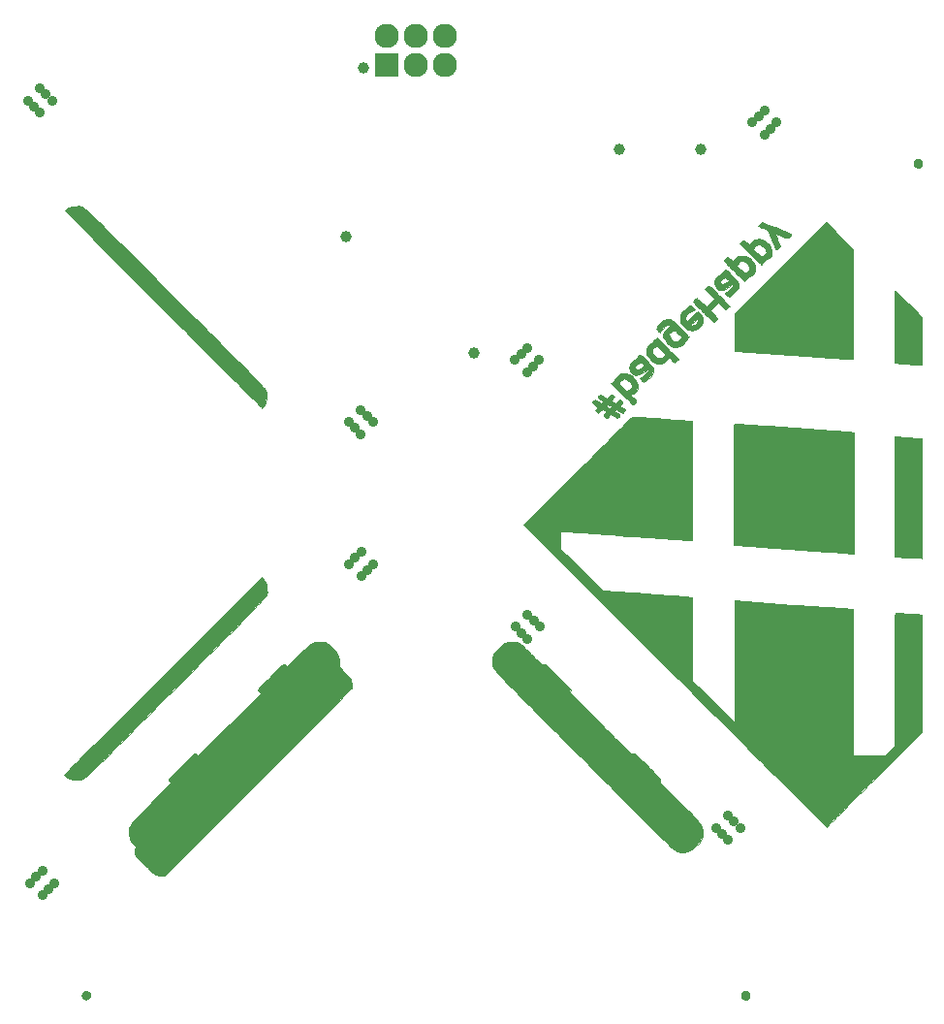
<source format=gbs>
G04 #@! TF.GenerationSoftware,KiCad,Pcbnew,(5.1.2)-1*
G04 #@! TF.CreationDate,2019-06-22T12:55:49-06:00*
G04 #@! TF.ProjectId,HtH_sao_prod,4874485f-7361-46f5-9f70-726f642e6b69,rev?*
G04 #@! TF.SameCoordinates,Original*
G04 #@! TF.FileFunction,Soldermask,Bot*
G04 #@! TF.FilePolarity,Negative*
%FSLAX46Y46*%
G04 Gerber Fmt 4.6, Leading zero omitted, Abs format (unit mm)*
G04 Created by KiCad (PCBNEW (5.1.2)-1) date 2019-06-22 12:55:49*
%MOMM*%
%LPD*%
G04 APERTURE LIST*
%ADD10C,0.010000*%
%ADD11C,0.900000*%
%ADD12R,2.127200X2.127200*%
%ADD13O,2.127200X2.127200*%
%ADD14C,2.127200*%
%ADD15C,1.000000*%
G04 APERTURE END LIST*
D10*
G36*
X124196677Y-144588688D02*
G01*
X124337725Y-144633752D01*
X124443901Y-144710013D01*
X124476037Y-144760730D01*
X124509321Y-144937678D01*
X124477862Y-145094588D01*
X124395627Y-145220252D01*
X124276585Y-145303464D01*
X124134704Y-145333016D01*
X123983952Y-145297701D01*
X123886627Y-145233628D01*
X123795870Y-145107196D01*
X123768613Y-144957446D01*
X123798932Y-144807470D01*
X123880902Y-144680356D01*
X124008597Y-144599196D01*
X124052370Y-144587732D01*
X124196677Y-144588688D01*
X124196677Y-144588688D01*
G37*
X124196677Y-144588688D02*
X124337725Y-144633752D01*
X124443901Y-144710013D01*
X124476037Y-144760730D01*
X124509321Y-144937678D01*
X124477862Y-145094588D01*
X124395627Y-145220252D01*
X124276585Y-145303464D01*
X124134704Y-145333016D01*
X123983952Y-145297701D01*
X123886627Y-145233628D01*
X123795870Y-145107196D01*
X123768613Y-144957446D01*
X123798932Y-144807470D01*
X123880902Y-144680356D01*
X124008597Y-144599196D01*
X124052370Y-144587732D01*
X124196677Y-144588688D01*
G36*
X181793362Y-144588218D02*
G01*
X181866440Y-144611677D01*
X181997430Y-144698020D01*
X182067135Y-144830023D01*
X182084134Y-144984755D01*
X182048082Y-145136667D01*
X181953696Y-145250094D01*
X181821624Y-145317040D01*
X181672517Y-145329510D01*
X181527025Y-145279510D01*
X181459909Y-145226424D01*
X181380394Y-145109860D01*
X181356032Y-144958489D01*
X181356000Y-144951258D01*
X181391475Y-144778611D01*
X181487046Y-144653336D01*
X181626434Y-144586262D01*
X181793362Y-144588218D01*
X181793362Y-144588218D01*
G37*
X181793362Y-144588218D02*
X181866440Y-144611677D01*
X181997430Y-144698020D01*
X182067135Y-144830023D01*
X182084134Y-144984755D01*
X182048082Y-145136667D01*
X181953696Y-145250094D01*
X181821624Y-145317040D01*
X181672517Y-145329510D01*
X181527025Y-145279510D01*
X181459909Y-145226424D01*
X181380394Y-145109860D01*
X181356032Y-144958489D01*
X181356000Y-144951258D01*
X181391475Y-144778611D01*
X181487046Y-144653336D01*
X181626434Y-144586262D01*
X181793362Y-144588218D01*
G36*
X144717680Y-114098457D02*
G01*
X144950863Y-114137503D01*
X145162142Y-114221422D01*
X145372773Y-114358969D01*
X145604016Y-114558899D01*
X145632875Y-114586272D01*
X145885788Y-114854881D01*
X146065846Y-115112386D01*
X146180942Y-115373148D01*
X146238968Y-115651524D01*
X146243347Y-115697008D01*
X146249526Y-115863057D01*
X146242342Y-116013743D01*
X146227575Y-116099167D01*
X146216275Y-116147669D01*
X146219492Y-116194553D01*
X146244804Y-116250235D01*
X146299790Y-116325129D01*
X146392028Y-116429651D01*
X146529097Y-116574218D01*
X146705008Y-116755334D01*
X146906760Y-116965405D01*
X147055851Y-117129243D01*
X147161480Y-117258419D01*
X147232849Y-117364502D01*
X147279159Y-117459065D01*
X147291674Y-117493125D01*
X147353054Y-117762114D01*
X147351043Y-118008007D01*
X147318092Y-118138994D01*
X147284856Y-118178476D01*
X147194633Y-118274735D01*
X147050406Y-118424782D01*
X146855159Y-118625629D01*
X146611874Y-118874287D01*
X146323536Y-119167766D01*
X145993127Y-119503078D01*
X145623631Y-119877234D01*
X145218031Y-120287245D01*
X144779311Y-120730122D01*
X144310453Y-121202876D01*
X143814441Y-121702519D01*
X143294258Y-122226061D01*
X142752888Y-122770513D01*
X142193314Y-123332887D01*
X141618520Y-123910194D01*
X141031487Y-124499444D01*
X140435201Y-125097649D01*
X139832643Y-125701820D01*
X139226798Y-126308968D01*
X138620649Y-126916105D01*
X138017178Y-127520240D01*
X137419370Y-128118386D01*
X136830208Y-128707553D01*
X136252675Y-129284753D01*
X135689753Y-129846996D01*
X135144428Y-130391294D01*
X134619681Y-130914658D01*
X134118496Y-131414098D01*
X133643856Y-131886627D01*
X133198746Y-132329254D01*
X132786147Y-132738992D01*
X132409044Y-133112851D01*
X132070419Y-133447843D01*
X131773256Y-133740977D01*
X131520539Y-133989267D01*
X131315250Y-134189722D01*
X131160372Y-134339353D01*
X131058890Y-134435173D01*
X131013787Y-134474191D01*
X131013186Y-134474534D01*
X130869782Y-134517212D01*
X130677790Y-134529614D01*
X130467500Y-134512232D01*
X130269202Y-134465558D01*
X130259667Y-134462298D01*
X130185767Y-134428840D01*
X130097706Y-134372281D01*
X129987504Y-134285745D01*
X129847182Y-134162355D01*
X129668761Y-133995234D01*
X129444262Y-133777504D01*
X129298427Y-133633860D01*
X129084644Y-133419668D01*
X128888420Y-133217746D01*
X128718790Y-133037817D01*
X128584788Y-132889603D01*
X128495448Y-132782827D01*
X128462344Y-132734072D01*
X128413476Y-132564427D01*
X128398823Y-132360839D01*
X128419919Y-132167469D01*
X128440263Y-132098723D01*
X128457886Y-132031425D01*
X128445244Y-131969681D01*
X128392198Y-131891915D01*
X128289135Y-131777115D01*
X128080984Y-131515634D01*
X127947539Y-131247953D01*
X127880219Y-130952650D01*
X127867834Y-130725334D01*
X127868219Y-130599636D01*
X127872214Y-130488155D01*
X127884072Y-130385258D01*
X127908049Y-130285312D01*
X127948400Y-130182686D01*
X128009380Y-130071745D01*
X128095245Y-129946858D01*
X128210250Y-129802393D01*
X128358650Y-129632716D01*
X128544699Y-129432196D01*
X128772654Y-129195199D01*
X129046770Y-128916094D01*
X129371301Y-128589247D01*
X129750503Y-128209027D01*
X129825913Y-128133463D01*
X131546390Y-126409425D01*
X131453362Y-126310401D01*
X131406621Y-126257256D01*
X131375651Y-126206577D01*
X131365040Y-126151941D01*
X131379380Y-126086924D01*
X131423260Y-126005105D01*
X131501270Y-125900060D01*
X131618000Y-125765367D01*
X131778040Y-125594603D01*
X131985979Y-125381345D01*
X132246408Y-125119171D01*
X132450716Y-124914778D01*
X132702329Y-124665206D01*
X132937333Y-124435744D01*
X133148571Y-124233104D01*
X133328887Y-124063998D01*
X133471127Y-123935138D01*
X133568134Y-123853237D01*
X133612522Y-123825000D01*
X133690293Y-123851456D01*
X133787982Y-123916381D01*
X133802723Y-123928817D01*
X133921500Y-124032633D01*
X136638861Y-121317411D01*
X139356223Y-118602190D01*
X139231778Y-118460455D01*
X139155830Y-118363585D01*
X139111782Y-118287330D01*
X139107334Y-118269150D01*
X139136265Y-118228802D01*
X139218606Y-118135811D01*
X139347674Y-117997183D01*
X139516788Y-117819920D01*
X139719267Y-117611026D01*
X139948430Y-117377504D01*
X140196334Y-117127623D01*
X140496059Y-116827646D01*
X140742611Y-116583401D01*
X140942362Y-116390432D01*
X141101686Y-116244283D01*
X141226954Y-116140496D01*
X141324540Y-116074615D01*
X141400817Y-116042185D01*
X141462158Y-116038748D01*
X141514935Y-116059848D01*
X141565521Y-116101029D01*
X141605610Y-116142149D01*
X141705645Y-116248632D01*
X142681906Y-115281234D01*
X142980963Y-114985963D01*
X143228966Y-114745211D01*
X143434376Y-114553277D01*
X143605651Y-114404460D01*
X143751253Y-114293058D01*
X143879641Y-114213370D01*
X143999276Y-114159695D01*
X144118617Y-114126331D01*
X144246125Y-114107577D01*
X144390259Y-114097732D01*
X144441334Y-114095530D01*
X144717680Y-114098457D01*
X144717680Y-114098457D01*
G37*
X144717680Y-114098457D02*
X144950863Y-114137503D01*
X145162142Y-114221422D01*
X145372773Y-114358969D01*
X145604016Y-114558899D01*
X145632875Y-114586272D01*
X145885788Y-114854881D01*
X146065846Y-115112386D01*
X146180942Y-115373148D01*
X146238968Y-115651524D01*
X146243347Y-115697008D01*
X146249526Y-115863057D01*
X146242342Y-116013743D01*
X146227575Y-116099167D01*
X146216275Y-116147669D01*
X146219492Y-116194553D01*
X146244804Y-116250235D01*
X146299790Y-116325129D01*
X146392028Y-116429651D01*
X146529097Y-116574218D01*
X146705008Y-116755334D01*
X146906760Y-116965405D01*
X147055851Y-117129243D01*
X147161480Y-117258419D01*
X147232849Y-117364502D01*
X147279159Y-117459065D01*
X147291674Y-117493125D01*
X147353054Y-117762114D01*
X147351043Y-118008007D01*
X147318092Y-118138994D01*
X147284856Y-118178476D01*
X147194633Y-118274735D01*
X147050406Y-118424782D01*
X146855159Y-118625629D01*
X146611874Y-118874287D01*
X146323536Y-119167766D01*
X145993127Y-119503078D01*
X145623631Y-119877234D01*
X145218031Y-120287245D01*
X144779311Y-120730122D01*
X144310453Y-121202876D01*
X143814441Y-121702519D01*
X143294258Y-122226061D01*
X142752888Y-122770513D01*
X142193314Y-123332887D01*
X141618520Y-123910194D01*
X141031487Y-124499444D01*
X140435201Y-125097649D01*
X139832643Y-125701820D01*
X139226798Y-126308968D01*
X138620649Y-126916105D01*
X138017178Y-127520240D01*
X137419370Y-128118386D01*
X136830208Y-128707553D01*
X136252675Y-129284753D01*
X135689753Y-129846996D01*
X135144428Y-130391294D01*
X134619681Y-130914658D01*
X134118496Y-131414098D01*
X133643856Y-131886627D01*
X133198746Y-132329254D01*
X132786147Y-132738992D01*
X132409044Y-133112851D01*
X132070419Y-133447843D01*
X131773256Y-133740977D01*
X131520539Y-133989267D01*
X131315250Y-134189722D01*
X131160372Y-134339353D01*
X131058890Y-134435173D01*
X131013787Y-134474191D01*
X131013186Y-134474534D01*
X130869782Y-134517212D01*
X130677790Y-134529614D01*
X130467500Y-134512232D01*
X130269202Y-134465558D01*
X130259667Y-134462298D01*
X130185767Y-134428840D01*
X130097706Y-134372281D01*
X129987504Y-134285745D01*
X129847182Y-134162355D01*
X129668761Y-133995234D01*
X129444262Y-133777504D01*
X129298427Y-133633860D01*
X129084644Y-133419668D01*
X128888420Y-133217746D01*
X128718790Y-133037817D01*
X128584788Y-132889603D01*
X128495448Y-132782827D01*
X128462344Y-132734072D01*
X128413476Y-132564427D01*
X128398823Y-132360839D01*
X128419919Y-132167469D01*
X128440263Y-132098723D01*
X128457886Y-132031425D01*
X128445244Y-131969681D01*
X128392198Y-131891915D01*
X128289135Y-131777115D01*
X128080984Y-131515634D01*
X127947539Y-131247953D01*
X127880219Y-130952650D01*
X127867834Y-130725334D01*
X127868219Y-130599636D01*
X127872214Y-130488155D01*
X127884072Y-130385258D01*
X127908049Y-130285312D01*
X127948400Y-130182686D01*
X128009380Y-130071745D01*
X128095245Y-129946858D01*
X128210250Y-129802393D01*
X128358650Y-129632716D01*
X128544699Y-129432196D01*
X128772654Y-129195199D01*
X129046770Y-128916094D01*
X129371301Y-128589247D01*
X129750503Y-128209027D01*
X129825913Y-128133463D01*
X131546390Y-126409425D01*
X131453362Y-126310401D01*
X131406621Y-126257256D01*
X131375651Y-126206577D01*
X131365040Y-126151941D01*
X131379380Y-126086924D01*
X131423260Y-126005105D01*
X131501270Y-125900060D01*
X131618000Y-125765367D01*
X131778040Y-125594603D01*
X131985979Y-125381345D01*
X132246408Y-125119171D01*
X132450716Y-124914778D01*
X132702329Y-124665206D01*
X132937333Y-124435744D01*
X133148571Y-124233104D01*
X133328887Y-124063998D01*
X133471127Y-123935138D01*
X133568134Y-123853237D01*
X133612522Y-123825000D01*
X133690293Y-123851456D01*
X133787982Y-123916381D01*
X133802723Y-123928817D01*
X133921500Y-124032633D01*
X136638861Y-121317411D01*
X139356223Y-118602190D01*
X139231778Y-118460455D01*
X139155830Y-118363585D01*
X139111782Y-118287330D01*
X139107334Y-118269150D01*
X139136265Y-118228802D01*
X139218606Y-118135811D01*
X139347674Y-117997183D01*
X139516788Y-117819920D01*
X139719267Y-117611026D01*
X139948430Y-117377504D01*
X140196334Y-117127623D01*
X140496059Y-116827646D01*
X140742611Y-116583401D01*
X140942362Y-116390432D01*
X141101686Y-116244283D01*
X141226954Y-116140496D01*
X141324540Y-116074615D01*
X141400817Y-116042185D01*
X141462158Y-116038748D01*
X141514935Y-116059848D01*
X141565521Y-116101029D01*
X141605610Y-116142149D01*
X141705645Y-116248632D01*
X142681906Y-115281234D01*
X142980963Y-114985963D01*
X143228966Y-114745211D01*
X143434376Y-114553277D01*
X143605651Y-114404460D01*
X143751253Y-114293058D01*
X143879641Y-114213370D01*
X143999276Y-114159695D01*
X144118617Y-114126331D01*
X144246125Y-114107577D01*
X144390259Y-114097732D01*
X144441334Y-114095530D01*
X144717680Y-114098457D01*
G36*
X161508041Y-114111495D02*
G01*
X161658654Y-114121327D01*
X161793244Y-114144771D01*
X161920883Y-114187601D01*
X162050643Y-114255591D01*
X162191596Y-114354513D01*
X162352814Y-114490143D01*
X162543368Y-114668254D01*
X162772332Y-114894619D01*
X163048777Y-115175013D01*
X163118766Y-115246463D01*
X163378808Y-115510763D01*
X163586571Y-115718596D01*
X163747792Y-115875161D01*
X163868206Y-115985658D01*
X163953551Y-116055285D01*
X164009563Y-116089241D01*
X164041979Y-116092726D01*
X164047983Y-116088584D01*
X164086946Y-116057067D01*
X164130517Y-116043015D01*
X164184755Y-116051209D01*
X164255720Y-116086434D01*
X164349470Y-116153471D01*
X164472065Y-116257104D01*
X164629564Y-116402114D01*
X164828027Y-116593286D01*
X165073512Y-116835402D01*
X165372079Y-117133244D01*
X165374443Y-117135609D01*
X166473776Y-118235552D01*
X166369606Y-118511528D01*
X169088072Y-121230239D01*
X169556018Y-121698020D01*
X169967917Y-122109220D01*
X170327407Y-122467307D01*
X170638127Y-122775749D01*
X170903714Y-123038015D01*
X171127808Y-123257574D01*
X171314047Y-123437894D01*
X171466069Y-123582444D01*
X171587514Y-123694692D01*
X171682019Y-123778107D01*
X171753223Y-123836156D01*
X171804765Y-123872310D01*
X171840283Y-123890036D01*
X171863416Y-123892803D01*
X171875019Y-123886975D01*
X171968116Y-123835531D01*
X172025139Y-123825000D01*
X172075624Y-123854336D01*
X172176126Y-123936838D01*
X172318392Y-124064249D01*
X172494165Y-124228314D01*
X172695193Y-124420775D01*
X172913220Y-124633376D01*
X173139993Y-124857859D01*
X173367255Y-125085968D01*
X173586753Y-125309447D01*
X173790233Y-125520038D01*
X173969439Y-125709485D01*
X174116117Y-125869531D01*
X174222013Y-125991919D01*
X174278872Y-126068393D01*
X174286334Y-126086800D01*
X174258855Y-126183949D01*
X174223221Y-126237572D01*
X174213540Y-126257027D01*
X174217563Y-126285378D01*
X174239794Y-126327424D01*
X174284740Y-126387967D01*
X174356907Y-126471808D01*
X174460800Y-126583749D01*
X174600926Y-126728590D01*
X174781791Y-126911132D01*
X175007900Y-127136177D01*
X175283760Y-127408525D01*
X175613877Y-127732977D01*
X175775872Y-127891906D01*
X176091513Y-128202426D01*
X176395289Y-128503121D01*
X176680557Y-128787290D01*
X176940676Y-129048235D01*
X177169004Y-129279255D01*
X177358898Y-129473651D01*
X177503718Y-129624722D01*
X177596820Y-129725768D01*
X177615869Y-129747968D01*
X177804399Y-130012299D01*
X177922143Y-130271934D01*
X177977976Y-130550858D01*
X177985366Y-130746500D01*
X177965390Y-131014834D01*
X177905909Y-131248460D01*
X177797709Y-131466863D01*
X177631578Y-131689527D01*
X177444756Y-131889867D01*
X177222627Y-132100335D01*
X177028702Y-132250946D01*
X176843112Y-132351538D01*
X176645985Y-132411946D01*
X176417451Y-132442010D01*
X176318334Y-132447520D01*
X176057163Y-132446880D01*
X175862457Y-132421808D01*
X175803737Y-132404463D01*
X175669756Y-132345829D01*
X175517248Y-132267217D01*
X175465071Y-132237324D01*
X175418660Y-132197651D01*
X175314886Y-132100355D01*
X175156133Y-131947802D01*
X174944787Y-131742357D01*
X174683232Y-131486385D01*
X174373853Y-131182251D01*
X174019035Y-130832321D01*
X173621164Y-130438960D01*
X173182624Y-130004534D01*
X172705800Y-129531407D01*
X172193078Y-129021945D01*
X171646841Y-128478513D01*
X171069476Y-127903476D01*
X170463366Y-127299200D01*
X169830898Y-126668050D01*
X169174456Y-126012391D01*
X168496424Y-125334589D01*
X167799189Y-124637009D01*
X167551154Y-124388714D01*
X166735041Y-123571796D01*
X165976475Y-122812714D01*
X165273368Y-122109207D01*
X164623630Y-121459013D01*
X164025171Y-120859870D01*
X163475902Y-120309517D01*
X162973732Y-119805692D01*
X162516573Y-119346132D01*
X162102334Y-118928577D01*
X161728926Y-118550764D01*
X161394260Y-118210432D01*
X161096246Y-117905319D01*
X160832794Y-117633163D01*
X160601814Y-117391703D01*
X160401218Y-117178676D01*
X160228914Y-116991822D01*
X160082815Y-116828878D01*
X159960829Y-116687582D01*
X159860868Y-116565673D01*
X159780842Y-116460889D01*
X159718662Y-116370968D01*
X159672236Y-116293649D01*
X159639477Y-116226670D01*
X159618295Y-116167768D01*
X159606599Y-116114683D01*
X159602300Y-116065153D01*
X159603309Y-116016915D01*
X159607535Y-115967708D01*
X159612890Y-115915271D01*
X159617284Y-115857341D01*
X159618703Y-115802834D01*
X159623420Y-115590508D01*
X159641236Y-115433593D01*
X159676781Y-115303257D01*
X159712876Y-115216322D01*
X159802664Y-115067664D01*
X159942913Y-114888296D01*
X160115409Y-114697027D01*
X160301934Y-114512662D01*
X160484274Y-114354010D01*
X160644213Y-114239877D01*
X160676167Y-114221767D01*
X160781859Y-114170171D01*
X160879983Y-114137236D01*
X160994424Y-114118874D01*
X161149065Y-114111000D01*
X161332334Y-114109500D01*
X161508041Y-114111495D01*
X161508041Y-114111495D01*
G37*
X161508041Y-114111495D02*
X161658654Y-114121327D01*
X161793244Y-114144771D01*
X161920883Y-114187601D01*
X162050643Y-114255591D01*
X162191596Y-114354513D01*
X162352814Y-114490143D01*
X162543368Y-114668254D01*
X162772332Y-114894619D01*
X163048777Y-115175013D01*
X163118766Y-115246463D01*
X163378808Y-115510763D01*
X163586571Y-115718596D01*
X163747792Y-115875161D01*
X163868206Y-115985658D01*
X163953551Y-116055285D01*
X164009563Y-116089241D01*
X164041979Y-116092726D01*
X164047983Y-116088584D01*
X164086946Y-116057067D01*
X164130517Y-116043015D01*
X164184755Y-116051209D01*
X164255720Y-116086434D01*
X164349470Y-116153471D01*
X164472065Y-116257104D01*
X164629564Y-116402114D01*
X164828027Y-116593286D01*
X165073512Y-116835402D01*
X165372079Y-117133244D01*
X165374443Y-117135609D01*
X166473776Y-118235552D01*
X166369606Y-118511528D01*
X169088072Y-121230239D01*
X169556018Y-121698020D01*
X169967917Y-122109220D01*
X170327407Y-122467307D01*
X170638127Y-122775749D01*
X170903714Y-123038015D01*
X171127808Y-123257574D01*
X171314047Y-123437894D01*
X171466069Y-123582444D01*
X171587514Y-123694692D01*
X171682019Y-123778107D01*
X171753223Y-123836156D01*
X171804765Y-123872310D01*
X171840283Y-123890036D01*
X171863416Y-123892803D01*
X171875019Y-123886975D01*
X171968116Y-123835531D01*
X172025139Y-123825000D01*
X172075624Y-123854336D01*
X172176126Y-123936838D01*
X172318392Y-124064249D01*
X172494165Y-124228314D01*
X172695193Y-124420775D01*
X172913220Y-124633376D01*
X173139993Y-124857859D01*
X173367255Y-125085968D01*
X173586753Y-125309447D01*
X173790233Y-125520038D01*
X173969439Y-125709485D01*
X174116117Y-125869531D01*
X174222013Y-125991919D01*
X174278872Y-126068393D01*
X174286334Y-126086800D01*
X174258855Y-126183949D01*
X174223221Y-126237572D01*
X174213540Y-126257027D01*
X174217563Y-126285378D01*
X174239794Y-126327424D01*
X174284740Y-126387967D01*
X174356907Y-126471808D01*
X174460800Y-126583749D01*
X174600926Y-126728590D01*
X174781791Y-126911132D01*
X175007900Y-127136177D01*
X175283760Y-127408525D01*
X175613877Y-127732977D01*
X175775872Y-127891906D01*
X176091513Y-128202426D01*
X176395289Y-128503121D01*
X176680557Y-128787290D01*
X176940676Y-129048235D01*
X177169004Y-129279255D01*
X177358898Y-129473651D01*
X177503718Y-129624722D01*
X177596820Y-129725768D01*
X177615869Y-129747968D01*
X177804399Y-130012299D01*
X177922143Y-130271934D01*
X177977976Y-130550858D01*
X177985366Y-130746500D01*
X177965390Y-131014834D01*
X177905909Y-131248460D01*
X177797709Y-131466863D01*
X177631578Y-131689527D01*
X177444756Y-131889867D01*
X177222627Y-132100335D01*
X177028702Y-132250946D01*
X176843112Y-132351538D01*
X176645985Y-132411946D01*
X176417451Y-132442010D01*
X176318334Y-132447520D01*
X176057163Y-132446880D01*
X175862457Y-132421808D01*
X175803737Y-132404463D01*
X175669756Y-132345829D01*
X175517248Y-132267217D01*
X175465071Y-132237324D01*
X175418660Y-132197651D01*
X175314886Y-132100355D01*
X175156133Y-131947802D01*
X174944787Y-131742357D01*
X174683232Y-131486385D01*
X174373853Y-131182251D01*
X174019035Y-130832321D01*
X173621164Y-130438960D01*
X173182624Y-130004534D01*
X172705800Y-129531407D01*
X172193078Y-129021945D01*
X171646841Y-128478513D01*
X171069476Y-127903476D01*
X170463366Y-127299200D01*
X169830898Y-126668050D01*
X169174456Y-126012391D01*
X168496424Y-125334589D01*
X167799189Y-124637009D01*
X167551154Y-124388714D01*
X166735041Y-123571796D01*
X165976475Y-122812714D01*
X165273368Y-122109207D01*
X164623630Y-121459013D01*
X164025171Y-120859870D01*
X163475902Y-120309517D01*
X162973732Y-119805692D01*
X162516573Y-119346132D01*
X162102334Y-118928577D01*
X161728926Y-118550764D01*
X161394260Y-118210432D01*
X161096246Y-117905319D01*
X160832794Y-117633163D01*
X160601814Y-117391703D01*
X160401218Y-117178676D01*
X160228914Y-116991822D01*
X160082815Y-116828878D01*
X159960829Y-116687582D01*
X159860868Y-116565673D01*
X159780842Y-116460889D01*
X159718662Y-116370968D01*
X159672236Y-116293649D01*
X159639477Y-116226670D01*
X159618295Y-116167768D01*
X159606599Y-116114683D01*
X159602300Y-116065153D01*
X159603309Y-116016915D01*
X159607535Y-115967708D01*
X159612890Y-115915271D01*
X159617284Y-115857341D01*
X159618703Y-115802834D01*
X159623420Y-115590508D01*
X159641236Y-115433593D01*
X159676781Y-115303257D01*
X159712876Y-115216322D01*
X159802664Y-115067664D01*
X159942913Y-114888296D01*
X160115409Y-114697027D01*
X160301934Y-114512662D01*
X160484274Y-114354010D01*
X160644213Y-114239877D01*
X160676167Y-114221767D01*
X160781859Y-114170171D01*
X160879983Y-114137236D01*
X160994424Y-114118874D01*
X161149065Y-114111000D01*
X161332334Y-114109500D01*
X161508041Y-114111495D01*
G36*
X171933611Y-94446227D02*
G01*
X172070748Y-94454296D01*
X172277008Y-94467363D01*
X172544726Y-94484913D01*
X172866239Y-94506434D01*
X173233882Y-94531412D01*
X173639991Y-94559335D01*
X174076900Y-94589689D01*
X174536946Y-94621962D01*
X174540334Y-94622201D01*
X177101500Y-94802734D01*
X177090587Y-100021700D01*
X177088882Y-100799574D01*
X177087155Y-101497083D01*
X177085340Y-102118527D01*
X177083376Y-102668207D01*
X177081199Y-103150425D01*
X177078745Y-103569481D01*
X177075953Y-103929677D01*
X177072758Y-104235314D01*
X177069097Y-104490692D01*
X177064908Y-104700113D01*
X177060127Y-104867878D01*
X177054691Y-104998288D01*
X177048537Y-105095644D01*
X177041602Y-105164246D01*
X177033823Y-105208397D01*
X177025135Y-105232396D01*
X177015478Y-105240546D01*
X177013966Y-105240667D01*
X176964450Y-105237678D01*
X176835481Y-105228947D01*
X176632049Y-105214831D01*
X176359148Y-105195684D01*
X176021770Y-105171861D01*
X175624908Y-105143718D01*
X175173554Y-105111611D01*
X174672700Y-105075893D01*
X174127339Y-105036922D01*
X173542464Y-104995052D01*
X172923067Y-104950639D01*
X172274140Y-104904037D01*
X171600676Y-104855602D01*
X171363114Y-104838500D01*
X170681491Y-104789476D01*
X170022142Y-104742165D01*
X169390107Y-104696923D01*
X168790427Y-104654106D01*
X168228142Y-104614071D01*
X167708292Y-104577175D01*
X167235918Y-104543772D01*
X166816060Y-104514219D01*
X166453758Y-104488873D01*
X166154053Y-104468089D01*
X165921985Y-104452223D01*
X165762595Y-104441633D01*
X165680922Y-104436674D01*
X165671819Y-104436334D01*
X165565667Y-104436334D01*
X165565667Y-105939532D01*
X167403821Y-107777322D01*
X169241976Y-109615113D01*
X173150571Y-109899879D01*
X173717384Y-109941214D01*
X174259752Y-109980844D01*
X174771780Y-110018333D01*
X175247571Y-110053245D01*
X175681228Y-110085147D01*
X176066856Y-110113601D01*
X176398558Y-110138174D01*
X176670437Y-110158430D01*
X176876597Y-110173934D01*
X177011143Y-110184251D01*
X177068177Y-110188945D01*
X177069750Y-110189156D01*
X177071343Y-110231159D01*
X177072863Y-110351699D01*
X177074293Y-110544644D01*
X177075614Y-110803865D01*
X177076808Y-111123231D01*
X177077859Y-111496611D01*
X177078748Y-111917875D01*
X177079457Y-112380892D01*
X177079968Y-112879532D01*
X177080264Y-113407666D01*
X177080334Y-113823933D01*
X177080334Y-117454198D01*
X178921669Y-119295169D01*
X180763005Y-121136140D01*
X180773752Y-115822330D01*
X180784500Y-110508521D01*
X185906834Y-110859012D01*
X186558290Y-110903720D01*
X187186600Y-110947096D01*
X187786558Y-110988769D01*
X188352959Y-111028367D01*
X188880597Y-111065516D01*
X189364266Y-111099843D01*
X189798760Y-111130977D01*
X190178874Y-111158545D01*
X190499403Y-111182174D01*
X190755139Y-111201491D01*
X190940878Y-111216125D01*
X191051415Y-111225702D01*
X191082084Y-111229423D01*
X191089464Y-111247621D01*
X191096171Y-111298652D01*
X191102233Y-111385903D01*
X191107677Y-111512758D01*
X191112531Y-111682603D01*
X191116823Y-111898823D01*
X191120581Y-112164804D01*
X191123834Y-112483929D01*
X191126608Y-112859586D01*
X191128932Y-113295158D01*
X191130834Y-113794031D01*
X191132342Y-114359590D01*
X191133483Y-114995220D01*
X191134286Y-115704308D01*
X191134778Y-116490237D01*
X191134988Y-117356393D01*
X191135000Y-117643005D01*
X191135000Y-124036667D01*
X193951755Y-124036667D01*
X194363711Y-123623159D01*
X194775667Y-123209652D01*
X194775667Y-117378993D01*
X194775805Y-116530181D01*
X194776243Y-115762495D01*
X194777011Y-115072396D01*
X194778142Y-114456343D01*
X194779668Y-113910796D01*
X194781622Y-113432216D01*
X194784034Y-113017062D01*
X194786939Y-112661795D01*
X194790366Y-112362874D01*
X194794350Y-112116760D01*
X194798921Y-111919912D01*
X194804113Y-111768791D01*
X194809956Y-111659857D01*
X194816484Y-111589569D01*
X194823728Y-111554388D01*
X194828584Y-111548653D01*
X194883622Y-111551854D01*
X195011291Y-111560700D01*
X195199803Y-111574332D01*
X195437372Y-111591887D01*
X195712213Y-111612504D01*
X195982167Y-111633000D01*
X196279111Y-111655592D01*
X196548130Y-111675910D01*
X196777727Y-111693100D01*
X196956407Y-111706304D01*
X197072674Y-111714666D01*
X197114584Y-111717347D01*
X197118622Y-111758862D01*
X197122512Y-111879886D01*
X197126221Y-112075263D01*
X197129717Y-112339834D01*
X197132968Y-112668443D01*
X197135943Y-113055933D01*
X197138608Y-113497145D01*
X197140933Y-113986924D01*
X197142884Y-114520111D01*
X197144430Y-115091549D01*
X197145540Y-115696082D01*
X197146180Y-116328551D01*
X197146334Y-116831195D01*
X197146334Y-121944724D01*
X192996904Y-126091612D01*
X192503069Y-126585000D01*
X192025546Y-127061808D01*
X191567771Y-127518619D01*
X191133181Y-127952015D01*
X190725212Y-128358578D01*
X190347302Y-128734890D01*
X190002886Y-129077534D01*
X189695402Y-129383092D01*
X189428287Y-129648145D01*
X189204976Y-129869277D01*
X189028906Y-130043069D01*
X188903515Y-130166104D01*
X188832238Y-130234964D01*
X188816468Y-130249090D01*
X188784767Y-130220179D01*
X188695131Y-130133285D01*
X188549474Y-129990316D01*
X188349708Y-129793178D01*
X188097746Y-129543778D01*
X187795501Y-129244022D01*
X187444886Y-128895819D01*
X187047814Y-128501074D01*
X186606197Y-128061694D01*
X186121948Y-127579586D01*
X185596981Y-127056657D01*
X185033207Y-126494815D01*
X184432541Y-125895965D01*
X183796894Y-125262014D01*
X183128180Y-124594870D01*
X182428312Y-123896440D01*
X181699202Y-123168629D01*
X180942763Y-122413346D01*
X180160908Y-121632496D01*
X179355550Y-120827987D01*
X178528601Y-120001726D01*
X177681975Y-119155619D01*
X176817585Y-118291573D01*
X175937343Y-117411496D01*
X175577530Y-117051696D01*
X162369597Y-103843713D01*
X167068477Y-99144690D01*
X167716320Y-98497089D01*
X168306882Y-97907327D01*
X168842499Y-97373119D01*
X169325503Y-96892183D01*
X169758229Y-96462234D01*
X170143011Y-96080990D01*
X170482183Y-95746167D01*
X170778078Y-95455480D01*
X171033031Y-95206648D01*
X171249375Y-94997385D01*
X171429444Y-94825410D01*
X171575573Y-94688438D01*
X171690094Y-94584185D01*
X171775343Y-94510368D01*
X171833652Y-94464705D01*
X171867357Y-94444910D01*
X171873262Y-94443667D01*
X171933611Y-94446227D01*
X171933611Y-94446227D01*
G37*
X171933611Y-94446227D02*
X172070748Y-94454296D01*
X172277008Y-94467363D01*
X172544726Y-94484913D01*
X172866239Y-94506434D01*
X173233882Y-94531412D01*
X173639991Y-94559335D01*
X174076900Y-94589689D01*
X174536946Y-94621962D01*
X174540334Y-94622201D01*
X177101500Y-94802734D01*
X177090587Y-100021700D01*
X177088882Y-100799574D01*
X177087155Y-101497083D01*
X177085340Y-102118527D01*
X177083376Y-102668207D01*
X177081199Y-103150425D01*
X177078745Y-103569481D01*
X177075953Y-103929677D01*
X177072758Y-104235314D01*
X177069097Y-104490692D01*
X177064908Y-104700113D01*
X177060127Y-104867878D01*
X177054691Y-104998288D01*
X177048537Y-105095644D01*
X177041602Y-105164246D01*
X177033823Y-105208397D01*
X177025135Y-105232396D01*
X177015478Y-105240546D01*
X177013966Y-105240667D01*
X176964450Y-105237678D01*
X176835481Y-105228947D01*
X176632049Y-105214831D01*
X176359148Y-105195684D01*
X176021770Y-105171861D01*
X175624908Y-105143718D01*
X175173554Y-105111611D01*
X174672700Y-105075893D01*
X174127339Y-105036922D01*
X173542464Y-104995052D01*
X172923067Y-104950639D01*
X172274140Y-104904037D01*
X171600676Y-104855602D01*
X171363114Y-104838500D01*
X170681491Y-104789476D01*
X170022142Y-104742165D01*
X169390107Y-104696923D01*
X168790427Y-104654106D01*
X168228142Y-104614071D01*
X167708292Y-104577175D01*
X167235918Y-104543772D01*
X166816060Y-104514219D01*
X166453758Y-104488873D01*
X166154053Y-104468089D01*
X165921985Y-104452223D01*
X165762595Y-104441633D01*
X165680922Y-104436674D01*
X165671819Y-104436334D01*
X165565667Y-104436334D01*
X165565667Y-105939532D01*
X167403821Y-107777322D01*
X169241976Y-109615113D01*
X173150571Y-109899879D01*
X173717384Y-109941214D01*
X174259752Y-109980844D01*
X174771780Y-110018333D01*
X175247571Y-110053245D01*
X175681228Y-110085147D01*
X176066856Y-110113601D01*
X176398558Y-110138174D01*
X176670437Y-110158430D01*
X176876597Y-110173934D01*
X177011143Y-110184251D01*
X177068177Y-110188945D01*
X177069750Y-110189156D01*
X177071343Y-110231159D01*
X177072863Y-110351699D01*
X177074293Y-110544644D01*
X177075614Y-110803865D01*
X177076808Y-111123231D01*
X177077859Y-111496611D01*
X177078748Y-111917875D01*
X177079457Y-112380892D01*
X177079968Y-112879532D01*
X177080264Y-113407666D01*
X177080334Y-113823933D01*
X177080334Y-117454198D01*
X178921669Y-119295169D01*
X180763005Y-121136140D01*
X180773752Y-115822330D01*
X180784500Y-110508521D01*
X185906834Y-110859012D01*
X186558290Y-110903720D01*
X187186600Y-110947096D01*
X187786558Y-110988769D01*
X188352959Y-111028367D01*
X188880597Y-111065516D01*
X189364266Y-111099843D01*
X189798760Y-111130977D01*
X190178874Y-111158545D01*
X190499403Y-111182174D01*
X190755139Y-111201491D01*
X190940878Y-111216125D01*
X191051415Y-111225702D01*
X191082084Y-111229423D01*
X191089464Y-111247621D01*
X191096171Y-111298652D01*
X191102233Y-111385903D01*
X191107677Y-111512758D01*
X191112531Y-111682603D01*
X191116823Y-111898823D01*
X191120581Y-112164804D01*
X191123834Y-112483929D01*
X191126608Y-112859586D01*
X191128932Y-113295158D01*
X191130834Y-113794031D01*
X191132342Y-114359590D01*
X191133483Y-114995220D01*
X191134286Y-115704308D01*
X191134778Y-116490237D01*
X191134988Y-117356393D01*
X191135000Y-117643005D01*
X191135000Y-124036667D01*
X193951755Y-124036667D01*
X194363711Y-123623159D01*
X194775667Y-123209652D01*
X194775667Y-117378993D01*
X194775805Y-116530181D01*
X194776243Y-115762495D01*
X194777011Y-115072396D01*
X194778142Y-114456343D01*
X194779668Y-113910796D01*
X194781622Y-113432216D01*
X194784034Y-113017062D01*
X194786939Y-112661795D01*
X194790366Y-112362874D01*
X194794350Y-112116760D01*
X194798921Y-111919912D01*
X194804113Y-111768791D01*
X194809956Y-111659857D01*
X194816484Y-111589569D01*
X194823728Y-111554388D01*
X194828584Y-111548653D01*
X194883622Y-111551854D01*
X195011291Y-111560700D01*
X195199803Y-111574332D01*
X195437372Y-111591887D01*
X195712213Y-111612504D01*
X195982167Y-111633000D01*
X196279111Y-111655592D01*
X196548130Y-111675910D01*
X196777727Y-111693100D01*
X196956407Y-111706304D01*
X197072674Y-111714666D01*
X197114584Y-111717347D01*
X197118622Y-111758862D01*
X197122512Y-111879886D01*
X197126221Y-112075263D01*
X197129717Y-112339834D01*
X197132968Y-112668443D01*
X197135943Y-113055933D01*
X197138608Y-113497145D01*
X197140933Y-113986924D01*
X197142884Y-114520111D01*
X197144430Y-115091549D01*
X197145540Y-115696082D01*
X197146180Y-116328551D01*
X197146334Y-116831195D01*
X197146334Y-121944724D01*
X192996904Y-126091612D01*
X192503069Y-126585000D01*
X192025546Y-127061808D01*
X191567771Y-127518619D01*
X191133181Y-127952015D01*
X190725212Y-128358578D01*
X190347302Y-128734890D01*
X190002886Y-129077534D01*
X189695402Y-129383092D01*
X189428287Y-129648145D01*
X189204976Y-129869277D01*
X189028906Y-130043069D01*
X188903515Y-130166104D01*
X188832238Y-130234964D01*
X188816468Y-130249090D01*
X188784767Y-130220179D01*
X188695131Y-130133285D01*
X188549474Y-129990316D01*
X188349708Y-129793178D01*
X188097746Y-129543778D01*
X187795501Y-129244022D01*
X187444886Y-128895819D01*
X187047814Y-128501074D01*
X186606197Y-128061694D01*
X186121948Y-127579586D01*
X185596981Y-127056657D01*
X185033207Y-126494815D01*
X184432541Y-125895965D01*
X183796894Y-125262014D01*
X183128180Y-124594870D01*
X182428312Y-123896440D01*
X181699202Y-123168629D01*
X180942763Y-122413346D01*
X180160908Y-121632496D01*
X179355550Y-120827987D01*
X178528601Y-120001726D01*
X177681975Y-119155619D01*
X176817585Y-118291573D01*
X175937343Y-117411496D01*
X175577530Y-117051696D01*
X162369597Y-103843713D01*
X167068477Y-99144690D01*
X167716320Y-98497089D01*
X168306882Y-97907327D01*
X168842499Y-97373119D01*
X169325503Y-96892183D01*
X169758229Y-96462234D01*
X170143011Y-96080990D01*
X170482183Y-95746167D01*
X170778078Y-95455480D01*
X171033031Y-95206648D01*
X171249375Y-94997385D01*
X171429444Y-94825410D01*
X171575573Y-94688438D01*
X171690094Y-94584185D01*
X171775343Y-94510368D01*
X171833652Y-94464705D01*
X171867357Y-94444910D01*
X171873262Y-94443667D01*
X171933611Y-94446227D01*
G36*
X139594071Y-108549568D02*
G01*
X139680526Y-108670091D01*
X139772743Y-108826020D01*
X139822267Y-108923667D01*
X139880077Y-109063860D01*
X139913285Y-109197569D01*
X139927890Y-109357733D01*
X139930244Y-109516334D01*
X139932053Y-109578799D01*
X139936368Y-109634237D01*
X139941105Y-109684900D01*
X139944177Y-109733037D01*
X139943499Y-109780899D01*
X139936984Y-109830737D01*
X139922547Y-109884799D01*
X139898103Y-109945338D01*
X139861565Y-110014604D01*
X139810847Y-110094846D01*
X139743864Y-110188315D01*
X139658531Y-110297261D01*
X139552760Y-110423936D01*
X139424466Y-110570589D01*
X139271565Y-110739470D01*
X139091969Y-110932831D01*
X138883592Y-111152921D01*
X138644350Y-111401991D01*
X138372157Y-111682291D01*
X138064926Y-111996071D01*
X137720571Y-112345583D01*
X137337008Y-112733076D01*
X136912149Y-113160800D01*
X136443910Y-113631007D01*
X135930205Y-114145947D01*
X135368947Y-114707869D01*
X134758051Y-115319025D01*
X134095432Y-115981664D01*
X133379002Y-116698037D01*
X132606677Y-117470395D01*
X131937181Y-118140097D01*
X131119040Y-118958758D01*
X130358672Y-119719801D01*
X129653825Y-120425322D01*
X129002247Y-121077414D01*
X128401688Y-121678173D01*
X127849896Y-122229695D01*
X127344620Y-122734074D01*
X126883608Y-123193405D01*
X126464611Y-123609783D01*
X126085376Y-123985303D01*
X125743652Y-124322061D01*
X125437188Y-124622151D01*
X125163733Y-124887668D01*
X124921036Y-125120708D01*
X124706845Y-125323365D01*
X124518909Y-125497734D01*
X124354978Y-125645911D01*
X124212799Y-125769990D01*
X124090121Y-125872067D01*
X123984694Y-125954236D01*
X123894266Y-126018593D01*
X123816586Y-126067232D01*
X123749403Y-126102250D01*
X123690465Y-126125739D01*
X123637522Y-126139797D01*
X123588322Y-126146517D01*
X123540613Y-126147995D01*
X123492146Y-126146325D01*
X123440668Y-126143604D01*
X123383928Y-126141925D01*
X123338167Y-126142552D01*
X123089585Y-126140110D01*
X122890213Y-126109965D01*
X122783751Y-126078049D01*
X122658442Y-126022496D01*
X122519200Y-125944271D01*
X122386433Y-125857164D01*
X122280550Y-125774965D01*
X122221959Y-125711463D01*
X122216334Y-125694654D01*
X122245885Y-125662764D01*
X122332965Y-125573397D01*
X122475213Y-125428923D01*
X122670265Y-125231710D01*
X122915761Y-124984129D01*
X123209339Y-124688548D01*
X123548638Y-124347338D01*
X123931294Y-123962867D01*
X124354948Y-123537505D01*
X124817236Y-123073622D01*
X125315798Y-122573586D01*
X125848272Y-122039768D01*
X126412295Y-121474536D01*
X127005507Y-120880260D01*
X127625545Y-120259310D01*
X128270048Y-119614054D01*
X128936654Y-118946863D01*
X129623002Y-118260105D01*
X130326729Y-117556151D01*
X130845472Y-117037362D01*
X139474610Y-108408302D01*
X139594071Y-108549568D01*
X139594071Y-108549568D01*
G37*
X139594071Y-108549568D02*
X139680526Y-108670091D01*
X139772743Y-108826020D01*
X139822267Y-108923667D01*
X139880077Y-109063860D01*
X139913285Y-109197569D01*
X139927890Y-109357733D01*
X139930244Y-109516334D01*
X139932053Y-109578799D01*
X139936368Y-109634237D01*
X139941105Y-109684900D01*
X139944177Y-109733037D01*
X139943499Y-109780899D01*
X139936984Y-109830737D01*
X139922547Y-109884799D01*
X139898103Y-109945338D01*
X139861565Y-110014604D01*
X139810847Y-110094846D01*
X139743864Y-110188315D01*
X139658531Y-110297261D01*
X139552760Y-110423936D01*
X139424466Y-110570589D01*
X139271565Y-110739470D01*
X139091969Y-110932831D01*
X138883592Y-111152921D01*
X138644350Y-111401991D01*
X138372157Y-111682291D01*
X138064926Y-111996071D01*
X137720571Y-112345583D01*
X137337008Y-112733076D01*
X136912149Y-113160800D01*
X136443910Y-113631007D01*
X135930205Y-114145947D01*
X135368947Y-114707869D01*
X134758051Y-115319025D01*
X134095432Y-115981664D01*
X133379002Y-116698037D01*
X132606677Y-117470395D01*
X131937181Y-118140097D01*
X131119040Y-118958758D01*
X130358672Y-119719801D01*
X129653825Y-120425322D01*
X129002247Y-121077414D01*
X128401688Y-121678173D01*
X127849896Y-122229695D01*
X127344620Y-122734074D01*
X126883608Y-123193405D01*
X126464611Y-123609783D01*
X126085376Y-123985303D01*
X125743652Y-124322061D01*
X125437188Y-124622151D01*
X125163733Y-124887668D01*
X124921036Y-125120708D01*
X124706845Y-125323365D01*
X124518909Y-125497734D01*
X124354978Y-125645911D01*
X124212799Y-125769990D01*
X124090121Y-125872067D01*
X123984694Y-125954236D01*
X123894266Y-126018593D01*
X123816586Y-126067232D01*
X123749403Y-126102250D01*
X123690465Y-126125739D01*
X123637522Y-126139797D01*
X123588322Y-126146517D01*
X123540613Y-126147995D01*
X123492146Y-126146325D01*
X123440668Y-126143604D01*
X123383928Y-126141925D01*
X123338167Y-126142552D01*
X123089585Y-126140110D01*
X122890213Y-126109965D01*
X122783751Y-126078049D01*
X122658442Y-126022496D01*
X122519200Y-125944271D01*
X122386433Y-125857164D01*
X122280550Y-125774965D01*
X122221959Y-125711463D01*
X122216334Y-125694654D01*
X122245885Y-125662764D01*
X122332965Y-125573397D01*
X122475213Y-125428923D01*
X122670265Y-125231710D01*
X122915761Y-124984129D01*
X123209339Y-124688548D01*
X123548638Y-124347338D01*
X123931294Y-123962867D01*
X124354948Y-123537505D01*
X124817236Y-123073622D01*
X125315798Y-122573586D01*
X125848272Y-122039768D01*
X126412295Y-121474536D01*
X127005507Y-120880260D01*
X127625545Y-120259310D01*
X128270048Y-119614054D01*
X128936654Y-118946863D01*
X129623002Y-118260105D01*
X130326729Y-117556151D01*
X130845472Y-117037362D01*
X139474610Y-108408302D01*
X139594071Y-108549568D01*
G36*
X194891917Y-96182499D02*
G01*
X195000440Y-96186543D01*
X195168160Y-96196439D01*
X195381584Y-96211067D01*
X195627223Y-96229304D01*
X195891586Y-96250032D01*
X196161181Y-96272128D01*
X196422520Y-96294473D01*
X196662110Y-96315944D01*
X196866461Y-96335422D01*
X197022082Y-96351785D01*
X197115483Y-96363913D01*
X197136424Y-96368980D01*
X197141298Y-96415226D01*
X197145710Y-96539593D01*
X197149667Y-96735839D01*
X197153175Y-96997724D01*
X197156242Y-97319010D01*
X197158874Y-97693456D01*
X197161078Y-98114823D01*
X197162860Y-98576870D01*
X197164227Y-99073357D01*
X197165187Y-99598046D01*
X197165745Y-100144696D01*
X197165909Y-100707067D01*
X197165685Y-101278919D01*
X197165081Y-101854013D01*
X197164102Y-102426109D01*
X197162755Y-102988967D01*
X197161048Y-103536348D01*
X197158986Y-104062010D01*
X197156578Y-104559715D01*
X197153829Y-105023223D01*
X197150746Y-105446294D01*
X197147336Y-105822688D01*
X197143606Y-106146165D01*
X197139562Y-106410486D01*
X197135211Y-106609410D01*
X197130561Y-106736698D01*
X197125617Y-106786111D01*
X197125167Y-106786523D01*
X197073269Y-106785433D01*
X196948372Y-106778370D01*
X196761873Y-106766115D01*
X196525171Y-106749445D01*
X196249663Y-106729142D01*
X195946746Y-106705984D01*
X195939834Y-106705447D01*
X194796834Y-106616500D01*
X194775334Y-96181334D01*
X194891917Y-96182499D01*
X194891917Y-96182499D01*
G37*
X194891917Y-96182499D02*
X195000440Y-96186543D01*
X195168160Y-96196439D01*
X195381584Y-96211067D01*
X195627223Y-96229304D01*
X195891586Y-96250032D01*
X196161181Y-96272128D01*
X196422520Y-96294473D01*
X196662110Y-96315944D01*
X196866461Y-96335422D01*
X197022082Y-96351785D01*
X197115483Y-96363913D01*
X197136424Y-96368980D01*
X197141298Y-96415226D01*
X197145710Y-96539593D01*
X197149667Y-96735839D01*
X197153175Y-96997724D01*
X197156242Y-97319010D01*
X197158874Y-97693456D01*
X197161078Y-98114823D01*
X197162860Y-98576870D01*
X197164227Y-99073357D01*
X197165187Y-99598046D01*
X197165745Y-100144696D01*
X197165909Y-100707067D01*
X197165685Y-101278919D01*
X197165081Y-101854013D01*
X197164102Y-102426109D01*
X197162755Y-102988967D01*
X197161048Y-103536348D01*
X197158986Y-104062010D01*
X197156578Y-104559715D01*
X197153829Y-105023223D01*
X197150746Y-105446294D01*
X197147336Y-105822688D01*
X197143606Y-106146165D01*
X197139562Y-106410486D01*
X197135211Y-106609410D01*
X197130561Y-106736698D01*
X197125617Y-106786111D01*
X197125167Y-106786523D01*
X197073269Y-106785433D01*
X196948372Y-106778370D01*
X196761873Y-106766115D01*
X196525171Y-106749445D01*
X196249663Y-106729142D01*
X195946746Y-106705984D01*
X195939834Y-106705447D01*
X194796834Y-106616500D01*
X194775334Y-96181334D01*
X194891917Y-96182499D01*
G36*
X180805540Y-95040453D02*
G01*
X180936426Y-95048969D01*
X181139068Y-95062761D01*
X181407121Y-95081371D01*
X181734244Y-95104339D01*
X182114094Y-95131206D01*
X182540329Y-95161513D01*
X183006606Y-95194800D01*
X183506582Y-95230609D01*
X184033916Y-95268480D01*
X184582263Y-95307954D01*
X185145283Y-95348571D01*
X185716633Y-95389873D01*
X186289969Y-95431401D01*
X186858950Y-95472694D01*
X187417232Y-95513295D01*
X187958474Y-95552742D01*
X188476333Y-95590579D01*
X188964467Y-95626344D01*
X189416532Y-95659580D01*
X189826186Y-95689826D01*
X190187087Y-95716623D01*
X190492893Y-95739513D01*
X190737260Y-95758036D01*
X190913846Y-95771733D01*
X191016309Y-95780144D01*
X191039750Y-95782491D01*
X191177334Y-95804170D01*
X191177334Y-106383667D01*
X190997417Y-106378257D01*
X190932621Y-106374479D01*
X190788815Y-106364821D01*
X190571421Y-106349673D01*
X190285864Y-106329431D01*
X189937566Y-106304486D01*
X189531950Y-106275231D01*
X189074441Y-106242059D01*
X188570461Y-106205364D01*
X188025433Y-106165537D01*
X187444782Y-106122973D01*
X186833930Y-106078063D01*
X186198300Y-106031200D01*
X185779834Y-106000279D01*
X185134932Y-105952566D01*
X184513814Y-105906577D01*
X183921669Y-105862697D01*
X183363685Y-105821314D01*
X182845052Y-105782812D01*
X182370958Y-105747578D01*
X181946592Y-105715998D01*
X181577143Y-105688458D01*
X181267800Y-105665344D01*
X181023752Y-105647042D01*
X180850187Y-105633939D01*
X180752295Y-105626419D01*
X180731584Y-105624689D01*
X180728745Y-105582550D01*
X180726285Y-105461985D01*
X180724191Y-105269178D01*
X180722451Y-105010310D01*
X180721052Y-104691564D01*
X180719982Y-104319124D01*
X180719228Y-103899172D01*
X180718779Y-103437889D01*
X180718622Y-102941459D01*
X180718744Y-102416065D01*
X180719133Y-101867889D01*
X180719777Y-101303113D01*
X180720663Y-100727921D01*
X180721780Y-100148495D01*
X180723114Y-99571017D01*
X180724653Y-99001670D01*
X180726386Y-98446637D01*
X180728299Y-97912100D01*
X180730380Y-97404241D01*
X180732617Y-96929245D01*
X180734998Y-96493292D01*
X180737510Y-96102566D01*
X180740140Y-95763250D01*
X180742878Y-95481525D01*
X180745709Y-95263575D01*
X180748622Y-95115582D01*
X180751604Y-95043728D01*
X180752750Y-95037674D01*
X180805540Y-95040453D01*
X180805540Y-95040453D01*
G37*
X180805540Y-95040453D02*
X180936426Y-95048969D01*
X181139068Y-95062761D01*
X181407121Y-95081371D01*
X181734244Y-95104339D01*
X182114094Y-95131206D01*
X182540329Y-95161513D01*
X183006606Y-95194800D01*
X183506582Y-95230609D01*
X184033916Y-95268480D01*
X184582263Y-95307954D01*
X185145283Y-95348571D01*
X185716633Y-95389873D01*
X186289969Y-95431401D01*
X186858950Y-95472694D01*
X187417232Y-95513295D01*
X187958474Y-95552742D01*
X188476333Y-95590579D01*
X188964467Y-95626344D01*
X189416532Y-95659580D01*
X189826186Y-95689826D01*
X190187087Y-95716623D01*
X190492893Y-95739513D01*
X190737260Y-95758036D01*
X190913846Y-95771733D01*
X191016309Y-95780144D01*
X191039750Y-95782491D01*
X191177334Y-95804170D01*
X191177334Y-106383667D01*
X190997417Y-106378257D01*
X190932621Y-106374479D01*
X190788815Y-106364821D01*
X190571421Y-106349673D01*
X190285864Y-106329431D01*
X189937566Y-106304486D01*
X189531950Y-106275231D01*
X189074441Y-106242059D01*
X188570461Y-106205364D01*
X188025433Y-106165537D01*
X187444782Y-106122973D01*
X186833930Y-106078063D01*
X186198300Y-106031200D01*
X185779834Y-106000279D01*
X185134932Y-105952566D01*
X184513814Y-105906577D01*
X183921669Y-105862697D01*
X183363685Y-105821314D01*
X182845052Y-105782812D01*
X182370958Y-105747578D01*
X181946592Y-105715998D01*
X181577143Y-105688458D01*
X181267800Y-105665344D01*
X181023752Y-105647042D01*
X180850187Y-105633939D01*
X180752295Y-105626419D01*
X180731584Y-105624689D01*
X180728745Y-105582550D01*
X180726285Y-105461985D01*
X180724191Y-105269178D01*
X180722451Y-105010310D01*
X180721052Y-104691564D01*
X180719982Y-104319124D01*
X180719228Y-103899172D01*
X180718779Y-103437889D01*
X180718622Y-102941459D01*
X180718744Y-102416065D01*
X180719133Y-101867889D01*
X180719777Y-101303113D01*
X180720663Y-100727921D01*
X180721780Y-100148495D01*
X180723114Y-99571017D01*
X180724653Y-99001670D01*
X180726386Y-98446637D01*
X180728299Y-97912100D01*
X180730380Y-97404241D01*
X180732617Y-96929245D01*
X180734998Y-96493292D01*
X180737510Y-96102566D01*
X180740140Y-95763250D01*
X180742878Y-95481525D01*
X180745709Y-95263575D01*
X180748622Y-95115582D01*
X180751604Y-95043728D01*
X180752750Y-95037674D01*
X180805540Y-95040453D01*
G36*
X169321204Y-92658706D02*
G01*
X169608500Y-92830932D01*
X169779436Y-92664633D01*
X169925862Y-92545902D01*
X170046781Y-92503364D01*
X170149958Y-92535356D01*
X170194606Y-92575750D01*
X170254921Y-92672245D01*
X170245760Y-92765869D01*
X170163994Y-92874467D01*
X170137667Y-92900500D01*
X170058569Y-92982112D01*
X170014166Y-93039241D01*
X170010667Y-93048792D01*
X170044221Y-93083345D01*
X170129354Y-93140753D01*
X170183956Y-93172803D01*
X170357245Y-93270197D01*
X170534808Y-93095932D01*
X170637455Y-93002033D01*
X170719961Y-92938765D01*
X170756307Y-92921667D01*
X170820787Y-92953495D01*
X170898688Y-93028317D01*
X170962265Y-93115142D01*
X170984334Y-93176380D01*
X170956727Y-93240909D01*
X170887383Y-93333192D01*
X170853929Y-93369680D01*
X170723524Y-93504224D01*
X170962992Y-93641233D01*
X171090419Y-93721036D01*
X171185801Y-93793595D01*
X171225753Y-93838942D01*
X171213757Y-93905152D01*
X171159102Y-93992382D01*
X171086085Y-94069837D01*
X171019005Y-94106722D01*
X171014242Y-94107000D01*
X170960393Y-94086370D01*
X170856834Y-94032162D01*
X170725512Y-93955898D01*
X170719391Y-93952186D01*
X170567686Y-93867124D01*
X170467497Y-93829990D01*
X170404354Y-93835666D01*
X170398873Y-93838794D01*
X170334914Y-93895254D01*
X170334579Y-93952659D01*
X170403067Y-94021001D01*
X170537741Y-94105803D01*
X170686946Y-94203892D01*
X170758964Y-94289365D01*
X170757786Y-94373654D01*
X170687405Y-94468194D01*
X170670106Y-94484926D01*
X170567544Y-94581278D01*
X169990800Y-94235870D01*
X169819214Y-94404269D01*
X169691578Y-94516724D01*
X169595032Y-94563414D01*
X169511577Y-94547559D01*
X169425379Y-94474688D01*
X169357509Y-94392830D01*
X169342457Y-94328164D01*
X169383581Y-94254566D01*
X169465093Y-94165590D01*
X169539733Y-94076757D01*
X169575286Y-94010213D01*
X169574431Y-93994241D01*
X169525488Y-93953333D01*
X169431158Y-93894996D01*
X169398926Y-93877323D01*
X169245841Y-93795812D01*
X169057071Y-93981076D01*
X168868302Y-94166339D01*
X168751568Y-94079266D01*
X168650394Y-93979507D01*
X168627983Y-93880835D01*
X168683908Y-93769312D01*
X168740058Y-93705462D01*
X168874381Y-93566876D01*
X168774640Y-93506286D01*
X169534233Y-93506286D01*
X169698366Y-93613653D01*
X169812172Y-93686152D01*
X169880033Y-93715265D01*
X169927238Y-93703373D01*
X169979075Y-93652854D01*
X169989735Y-93641074D01*
X170040307Y-93574767D01*
X170049213Y-93542592D01*
X170005458Y-93514390D01*
X169915433Y-93459114D01*
X169869403Y-93431291D01*
X169706973Y-93333546D01*
X169534233Y-93506286D01*
X168774640Y-93506286D01*
X168617024Y-93410539D01*
X168489938Y-93326373D01*
X168397971Y-93252179D01*
X168359837Y-93203185D01*
X168359667Y-93201148D01*
X168388236Y-93138191D01*
X168457820Y-93056033D01*
X168465826Y-93048361D01*
X168522436Y-93001041D01*
X168577145Y-92979958D01*
X168646029Y-92989106D01*
X168745160Y-93032475D01*
X168890615Y-93114058D01*
X169005942Y-93182493D01*
X169106700Y-93239698D01*
X169165424Y-93254702D01*
X169212554Y-93229074D01*
X169247812Y-93194966D01*
X169288112Y-93149744D01*
X169293033Y-93113588D01*
X169251730Y-93071910D01*
X169153360Y-93010119D01*
X169077788Y-92966198D01*
X168924408Y-92867074D01*
X168846071Y-92784168D01*
X168838053Y-92705310D01*
X168895630Y-92618331D01*
X168929620Y-92584453D01*
X169033907Y-92486480D01*
X169321204Y-92658706D01*
X169321204Y-92658706D01*
G37*
X169321204Y-92658706D02*
X169608500Y-92830932D01*
X169779436Y-92664633D01*
X169925862Y-92545902D01*
X170046781Y-92503364D01*
X170149958Y-92535356D01*
X170194606Y-92575750D01*
X170254921Y-92672245D01*
X170245760Y-92765869D01*
X170163994Y-92874467D01*
X170137667Y-92900500D01*
X170058569Y-92982112D01*
X170014166Y-93039241D01*
X170010667Y-93048792D01*
X170044221Y-93083345D01*
X170129354Y-93140753D01*
X170183956Y-93172803D01*
X170357245Y-93270197D01*
X170534808Y-93095932D01*
X170637455Y-93002033D01*
X170719961Y-92938765D01*
X170756307Y-92921667D01*
X170820787Y-92953495D01*
X170898688Y-93028317D01*
X170962265Y-93115142D01*
X170984334Y-93176380D01*
X170956727Y-93240909D01*
X170887383Y-93333192D01*
X170853929Y-93369680D01*
X170723524Y-93504224D01*
X170962992Y-93641233D01*
X171090419Y-93721036D01*
X171185801Y-93793595D01*
X171225753Y-93838942D01*
X171213757Y-93905152D01*
X171159102Y-93992382D01*
X171086085Y-94069837D01*
X171019005Y-94106722D01*
X171014242Y-94107000D01*
X170960393Y-94086370D01*
X170856834Y-94032162D01*
X170725512Y-93955898D01*
X170719391Y-93952186D01*
X170567686Y-93867124D01*
X170467497Y-93829990D01*
X170404354Y-93835666D01*
X170398873Y-93838794D01*
X170334914Y-93895254D01*
X170334579Y-93952659D01*
X170403067Y-94021001D01*
X170537741Y-94105803D01*
X170686946Y-94203892D01*
X170758964Y-94289365D01*
X170757786Y-94373654D01*
X170687405Y-94468194D01*
X170670106Y-94484926D01*
X170567544Y-94581278D01*
X169990800Y-94235870D01*
X169819214Y-94404269D01*
X169691578Y-94516724D01*
X169595032Y-94563414D01*
X169511577Y-94547559D01*
X169425379Y-94474688D01*
X169357509Y-94392830D01*
X169342457Y-94328164D01*
X169383581Y-94254566D01*
X169465093Y-94165590D01*
X169539733Y-94076757D01*
X169575286Y-94010213D01*
X169574431Y-93994241D01*
X169525488Y-93953333D01*
X169431158Y-93894996D01*
X169398926Y-93877323D01*
X169245841Y-93795812D01*
X169057071Y-93981076D01*
X168868302Y-94166339D01*
X168751568Y-94079266D01*
X168650394Y-93979507D01*
X168627983Y-93880835D01*
X168683908Y-93769312D01*
X168740058Y-93705462D01*
X168874381Y-93566876D01*
X168774640Y-93506286D01*
X169534233Y-93506286D01*
X169698366Y-93613653D01*
X169812172Y-93686152D01*
X169880033Y-93715265D01*
X169927238Y-93703373D01*
X169979075Y-93652854D01*
X169989735Y-93641074D01*
X170040307Y-93574767D01*
X170049213Y-93542592D01*
X170005458Y-93514390D01*
X169915433Y-93459114D01*
X169869403Y-93431291D01*
X169706973Y-93333546D01*
X169534233Y-93506286D01*
X168774640Y-93506286D01*
X168617024Y-93410539D01*
X168489938Y-93326373D01*
X168397971Y-93252179D01*
X168359837Y-93203185D01*
X168359667Y-93201148D01*
X168388236Y-93138191D01*
X168457820Y-93056033D01*
X168465826Y-93048361D01*
X168522436Y-93001041D01*
X168577145Y-92979958D01*
X168646029Y-92989106D01*
X168745160Y-93032475D01*
X168890615Y-93114058D01*
X169005942Y-93182493D01*
X169106700Y-93239698D01*
X169165424Y-93254702D01*
X169212554Y-93229074D01*
X169247812Y-93194966D01*
X169288112Y-93149744D01*
X169293033Y-93113588D01*
X169251730Y-93071910D01*
X169153360Y-93010119D01*
X169077788Y-92966198D01*
X168924408Y-92867074D01*
X168846071Y-92784168D01*
X168838053Y-92705310D01*
X168895630Y-92618331D01*
X168929620Y-92584453D01*
X169033907Y-92486480D01*
X169321204Y-92658706D01*
G36*
X123550863Y-76040761D02*
G01*
X123599801Y-76047898D01*
X123653288Y-76063153D01*
X123713570Y-76088614D01*
X123782890Y-76126366D01*
X123863496Y-76178496D01*
X123957631Y-76247091D01*
X124067541Y-76334239D01*
X124195470Y-76442024D01*
X124343664Y-76572536D01*
X124514369Y-76727859D01*
X124709828Y-76910080D01*
X124932287Y-77121287D01*
X125183992Y-77363567D01*
X125467186Y-77639005D01*
X125784116Y-77949688D01*
X126137027Y-78297704D01*
X126528163Y-78685139D01*
X126959770Y-79114079D01*
X127434092Y-79586612D01*
X127953375Y-80104824D01*
X128519864Y-80670801D01*
X129135804Y-81286631D01*
X129803440Y-81954401D01*
X130525017Y-82676196D01*
X131302780Y-83454104D01*
X131896213Y-84047507D01*
X132719725Y-84870986D01*
X133485283Y-85636770D01*
X134194917Y-86346919D01*
X134850657Y-87003491D01*
X135454530Y-87608546D01*
X136008567Y-88164141D01*
X136514798Y-88672337D01*
X136975251Y-89135192D01*
X137391956Y-89554766D01*
X137766942Y-89933116D01*
X138102239Y-90272302D01*
X138399876Y-90574384D01*
X138661882Y-90841419D01*
X138890287Y-91075468D01*
X139087120Y-91278588D01*
X139254410Y-91452839D01*
X139394187Y-91600280D01*
X139508480Y-91722970D01*
X139599318Y-91822968D01*
X139668732Y-91902332D01*
X139718749Y-91963122D01*
X139751400Y-92007397D01*
X139766561Y-92032667D01*
X139860830Y-92295913D01*
X139906369Y-92592983D01*
X139900573Y-92890159D01*
X139850917Y-93125054D01*
X139796431Y-93257528D01*
X139721717Y-93400194D01*
X139639855Y-93532315D01*
X139563922Y-93633152D01*
X139506999Y-93681966D01*
X139498612Y-93683667D01*
X139466446Y-93654114D01*
X139376809Y-93567034D01*
X139232074Y-93424789D01*
X139034616Y-93229745D01*
X138786807Y-92984267D01*
X138491021Y-92690719D01*
X138149630Y-92351465D01*
X137765008Y-91968871D01*
X137339529Y-91545301D01*
X136875565Y-91083119D01*
X136375490Y-90584690D01*
X135841677Y-90052379D01*
X135276499Y-89488550D01*
X134682330Y-88895569D01*
X134061542Y-88275799D01*
X133416510Y-87631605D01*
X132749606Y-86965352D01*
X132063203Y-86279404D01*
X131359675Y-85576127D01*
X130858118Y-85074618D01*
X122249148Y-76465570D01*
X122393821Y-76355222D01*
X122658985Y-76188097D01*
X122934662Y-76090852D01*
X123247614Y-76054544D01*
X123295834Y-76053815D01*
X123355702Y-76051661D01*
X123408893Y-76047192D01*
X123457654Y-76042495D01*
X123504229Y-76039655D01*
X123550863Y-76040761D01*
X123550863Y-76040761D01*
G37*
X123550863Y-76040761D02*
X123599801Y-76047898D01*
X123653288Y-76063153D01*
X123713570Y-76088614D01*
X123782890Y-76126366D01*
X123863496Y-76178496D01*
X123957631Y-76247091D01*
X124067541Y-76334239D01*
X124195470Y-76442024D01*
X124343664Y-76572536D01*
X124514369Y-76727859D01*
X124709828Y-76910080D01*
X124932287Y-77121287D01*
X125183992Y-77363567D01*
X125467186Y-77639005D01*
X125784116Y-77949688D01*
X126137027Y-78297704D01*
X126528163Y-78685139D01*
X126959770Y-79114079D01*
X127434092Y-79586612D01*
X127953375Y-80104824D01*
X128519864Y-80670801D01*
X129135804Y-81286631D01*
X129803440Y-81954401D01*
X130525017Y-82676196D01*
X131302780Y-83454104D01*
X131896213Y-84047507D01*
X132719725Y-84870986D01*
X133485283Y-85636770D01*
X134194917Y-86346919D01*
X134850657Y-87003491D01*
X135454530Y-87608546D01*
X136008567Y-88164141D01*
X136514798Y-88672337D01*
X136975251Y-89135192D01*
X137391956Y-89554766D01*
X137766942Y-89933116D01*
X138102239Y-90272302D01*
X138399876Y-90574384D01*
X138661882Y-90841419D01*
X138890287Y-91075468D01*
X139087120Y-91278588D01*
X139254410Y-91452839D01*
X139394187Y-91600280D01*
X139508480Y-91722970D01*
X139599318Y-91822968D01*
X139668732Y-91902332D01*
X139718749Y-91963122D01*
X139751400Y-92007397D01*
X139766561Y-92032667D01*
X139860830Y-92295913D01*
X139906369Y-92592983D01*
X139900573Y-92890159D01*
X139850917Y-93125054D01*
X139796431Y-93257528D01*
X139721717Y-93400194D01*
X139639855Y-93532315D01*
X139563922Y-93633152D01*
X139506999Y-93681966D01*
X139498612Y-93683667D01*
X139466446Y-93654114D01*
X139376809Y-93567034D01*
X139232074Y-93424789D01*
X139034616Y-93229745D01*
X138786807Y-92984267D01*
X138491021Y-92690719D01*
X138149630Y-92351465D01*
X137765008Y-91968871D01*
X137339529Y-91545301D01*
X136875565Y-91083119D01*
X136375490Y-90584690D01*
X135841677Y-90052379D01*
X135276499Y-89488550D01*
X134682330Y-88895569D01*
X134061542Y-88275799D01*
X133416510Y-87631605D01*
X132749606Y-86965352D01*
X132063203Y-86279404D01*
X131359675Y-85576127D01*
X130858118Y-85074618D01*
X122249148Y-76465570D01*
X122393821Y-76355222D01*
X122658985Y-76188097D01*
X122934662Y-76090852D01*
X123247614Y-76054544D01*
X123295834Y-76053815D01*
X123355702Y-76051661D01*
X123408893Y-76047192D01*
X123457654Y-76042495D01*
X123504229Y-76039655D01*
X123550863Y-76040761D01*
G36*
X171235128Y-90646649D02*
G01*
X171526544Y-90709091D01*
X171781992Y-90842853D01*
X172008577Y-91052400D01*
X172127625Y-91207590D01*
X172264368Y-91463024D01*
X172323145Y-91711007D01*
X172305777Y-91942934D01*
X172214084Y-92150196D01*
X172049886Y-92324188D01*
X171868456Y-92433222D01*
X171666401Y-92526835D01*
X171918034Y-92775842D01*
X172034141Y-92898402D01*
X172121904Y-93005633D01*
X172166754Y-93079215D01*
X172169667Y-93092338D01*
X172140399Y-93161709D01*
X172069955Y-93251805D01*
X171984372Y-93334980D01*
X171909688Y-93383590D01*
X171891823Y-93387334D01*
X171853005Y-93358445D01*
X171762189Y-93276605D01*
X171626921Y-93149054D01*
X171454747Y-92983034D01*
X171253213Y-92785783D01*
X171029863Y-92564543D01*
X170920473Y-92455306D01*
X169989500Y-91523279D01*
X170011715Y-91501216D01*
X170706090Y-91501216D01*
X170741215Y-91571419D01*
X170820743Y-91670526D01*
X170953318Y-91810754D01*
X170989389Y-91847256D01*
X171123862Y-91977288D01*
X171241046Y-92080831D01*
X171325773Y-92145026D01*
X171357876Y-92159667D01*
X171432535Y-92142435D01*
X171541177Y-92100029D01*
X171561484Y-92090648D01*
X171717704Y-91985917D01*
X171810464Y-91856384D01*
X171831000Y-91757908D01*
X171795882Y-91630786D01*
X171703317Y-91486129D01*
X171572491Y-91342403D01*
X171422590Y-91218071D01*
X171272799Y-91131599D01*
X171148788Y-91101334D01*
X171034771Y-91133340D01*
X170904714Y-91214149D01*
X170787738Y-91320945D01*
X170712960Y-91430914D01*
X170706724Y-91447697D01*
X170706090Y-91501216D01*
X170011715Y-91501216D01*
X170169963Y-91344056D01*
X170296209Y-91209064D01*
X170418782Y-91062799D01*
X170473075Y-90990535D01*
X170654162Y-90801737D01*
X170877661Y-90684560D01*
X171135530Y-90642632D01*
X171235128Y-90646649D01*
X171235128Y-90646649D01*
G37*
X171235128Y-90646649D02*
X171526544Y-90709091D01*
X171781992Y-90842853D01*
X172008577Y-91052400D01*
X172127625Y-91207590D01*
X172264368Y-91463024D01*
X172323145Y-91711007D01*
X172305777Y-91942934D01*
X172214084Y-92150196D01*
X172049886Y-92324188D01*
X171868456Y-92433222D01*
X171666401Y-92526835D01*
X171918034Y-92775842D01*
X172034141Y-92898402D01*
X172121904Y-93005633D01*
X172166754Y-93079215D01*
X172169667Y-93092338D01*
X172140399Y-93161709D01*
X172069955Y-93251805D01*
X171984372Y-93334980D01*
X171909688Y-93383590D01*
X171891823Y-93387334D01*
X171853005Y-93358445D01*
X171762189Y-93276605D01*
X171626921Y-93149054D01*
X171454747Y-92983034D01*
X171253213Y-92785783D01*
X171029863Y-92564543D01*
X170920473Y-92455306D01*
X169989500Y-91523279D01*
X170011715Y-91501216D01*
X170706090Y-91501216D01*
X170741215Y-91571419D01*
X170820743Y-91670526D01*
X170953318Y-91810754D01*
X170989389Y-91847256D01*
X171123862Y-91977288D01*
X171241046Y-92080831D01*
X171325773Y-92145026D01*
X171357876Y-92159667D01*
X171432535Y-92142435D01*
X171541177Y-92100029D01*
X171561484Y-92090648D01*
X171717704Y-91985917D01*
X171810464Y-91856384D01*
X171831000Y-91757908D01*
X171795882Y-91630786D01*
X171703317Y-91486129D01*
X171572491Y-91342403D01*
X171422590Y-91218071D01*
X171272799Y-91131599D01*
X171148788Y-91101334D01*
X171034771Y-91133340D01*
X170904714Y-91214149D01*
X170787738Y-91320945D01*
X170712960Y-91430914D01*
X170706724Y-91447697D01*
X170706090Y-91501216D01*
X170011715Y-91501216D01*
X170169963Y-91344056D01*
X170296209Y-91209064D01*
X170418782Y-91062799D01*
X170473075Y-90990535D01*
X170654162Y-90801737D01*
X170877661Y-90684560D01*
X171135530Y-90642632D01*
X171235128Y-90646649D01*
G36*
X172602527Y-89055987D02*
G01*
X172697053Y-89134960D01*
X172825179Y-89251936D01*
X172974857Y-89394931D01*
X173134041Y-89551965D01*
X173290684Y-89711052D01*
X173432740Y-89860212D01*
X173548162Y-89987461D01*
X173624903Y-90080817D01*
X173646736Y-90114300D01*
X173700243Y-90309040D01*
X173676532Y-90519622D01*
X173579592Y-90737937D01*
X173413414Y-90955877D01*
X173181987Y-91165332D01*
X173099913Y-91225666D01*
X172973356Y-91310923D01*
X172872452Y-91372455D01*
X172818054Y-91397592D01*
X172816826Y-91397667D01*
X172766975Y-91369652D01*
X172684825Y-91298851D01*
X172643638Y-91258068D01*
X172562195Y-91163863D01*
X172513978Y-91088424D01*
X172508334Y-91068281D01*
X172543164Y-91022655D01*
X172632675Y-90959077D01*
X172712103Y-90914835D01*
X172847011Y-90830816D01*
X172984224Y-90720146D01*
X173105567Y-90600779D01*
X173192864Y-90490670D01*
X173227940Y-90407773D01*
X173228000Y-90405210D01*
X173209470Y-90336949D01*
X173150634Y-90331506D01*
X173046625Y-90389961D01*
X172946617Y-90467582D01*
X172673976Y-90661485D01*
X172422795Y-90773589D01*
X172192764Y-90803914D01*
X171983575Y-90752482D01*
X171794921Y-90619314D01*
X171731894Y-90551275D01*
X171625064Y-90364726D01*
X171590006Y-90159106D01*
X171596460Y-90116111D01*
X172085000Y-90116111D01*
X172118192Y-90211784D01*
X172196329Y-90297395D01*
X172287254Y-90338916D01*
X172295970Y-90339334D01*
X172369511Y-90317003D01*
X172481693Y-90259720D01*
X172560417Y-90211099D01*
X172713291Y-90105230D01*
X172799670Y-90027596D01*
X172826250Y-89963873D01*
X172799730Y-89899739D01*
X172737847Y-89831644D01*
X172654937Y-89756651D01*
X172589388Y-89732140D01*
X172501737Y-89749661D01*
X172444834Y-89768916D01*
X172300229Y-89841767D01*
X172178476Y-89942801D01*
X172101176Y-90051175D01*
X172085000Y-90116111D01*
X171596460Y-90116111D01*
X171621360Y-89950258D01*
X171713766Y-89754025D01*
X171861863Y-89586251D01*
X172060291Y-89462779D01*
X172106343Y-89444506D01*
X172208006Y-89390434D01*
X172253760Y-89329467D01*
X172254334Y-89322749D01*
X172286058Y-89245837D01*
X172362754Y-89152901D01*
X172456703Y-89071327D01*
X172540187Y-89028506D01*
X172553645Y-89027000D01*
X172602527Y-89055987D01*
X172602527Y-89055987D01*
G37*
X172602527Y-89055987D02*
X172697053Y-89134960D01*
X172825179Y-89251936D01*
X172974857Y-89394931D01*
X173134041Y-89551965D01*
X173290684Y-89711052D01*
X173432740Y-89860212D01*
X173548162Y-89987461D01*
X173624903Y-90080817D01*
X173646736Y-90114300D01*
X173700243Y-90309040D01*
X173676532Y-90519622D01*
X173579592Y-90737937D01*
X173413414Y-90955877D01*
X173181987Y-91165332D01*
X173099913Y-91225666D01*
X172973356Y-91310923D01*
X172872452Y-91372455D01*
X172818054Y-91397592D01*
X172816826Y-91397667D01*
X172766975Y-91369652D01*
X172684825Y-91298851D01*
X172643638Y-91258068D01*
X172562195Y-91163863D01*
X172513978Y-91088424D01*
X172508334Y-91068281D01*
X172543164Y-91022655D01*
X172632675Y-90959077D01*
X172712103Y-90914835D01*
X172847011Y-90830816D01*
X172984224Y-90720146D01*
X173105567Y-90600779D01*
X173192864Y-90490670D01*
X173227940Y-90407773D01*
X173228000Y-90405210D01*
X173209470Y-90336949D01*
X173150634Y-90331506D01*
X173046625Y-90389961D01*
X172946617Y-90467582D01*
X172673976Y-90661485D01*
X172422795Y-90773589D01*
X172192764Y-90803914D01*
X171983575Y-90752482D01*
X171794921Y-90619314D01*
X171731894Y-90551275D01*
X171625064Y-90364726D01*
X171590006Y-90159106D01*
X171596460Y-90116111D01*
X172085000Y-90116111D01*
X172118192Y-90211784D01*
X172196329Y-90297395D01*
X172287254Y-90338916D01*
X172295970Y-90339334D01*
X172369511Y-90317003D01*
X172481693Y-90259720D01*
X172560417Y-90211099D01*
X172713291Y-90105230D01*
X172799670Y-90027596D01*
X172826250Y-89963873D01*
X172799730Y-89899739D01*
X172737847Y-89831644D01*
X172654937Y-89756651D01*
X172589388Y-89732140D01*
X172501737Y-89749661D01*
X172444834Y-89768916D01*
X172300229Y-89841767D01*
X172178476Y-89942801D01*
X172101176Y-90051175D01*
X172085000Y-90116111D01*
X171596460Y-90116111D01*
X171621360Y-89950258D01*
X171713766Y-89754025D01*
X171861863Y-89586251D01*
X172060291Y-89462779D01*
X172106343Y-89444506D01*
X172208006Y-89390434D01*
X172253760Y-89329467D01*
X172254334Y-89322749D01*
X172286058Y-89245837D01*
X172362754Y-89152901D01*
X172456703Y-89071327D01*
X172540187Y-89028506D01*
X172553645Y-89027000D01*
X172602527Y-89055987D01*
G36*
X194843769Y-83467953D02*
G01*
X194932836Y-83550487D01*
X195068243Y-83680115D01*
X195243325Y-83850348D01*
X195451418Y-84054701D01*
X195685858Y-84286686D01*
X195939980Y-84539816D01*
X195993039Y-84592867D01*
X197146334Y-85746734D01*
X197146334Y-89916000D01*
X196966417Y-89910235D01*
X196870578Y-89905049D01*
X196705951Y-89893864D01*
X196488111Y-89877836D01*
X196232635Y-89858120D01*
X195955099Y-89835870D01*
X195876334Y-89829408D01*
X195602168Y-89806978D01*
X195352074Y-89786859D01*
X195139965Y-89770143D01*
X194979756Y-89757922D01*
X194885362Y-89751288D01*
X194870917Y-89750506D01*
X194775667Y-89746667D01*
X194775667Y-86592834D01*
X194776086Y-86084443D01*
X194777298Y-85601434D01*
X194779237Y-85150372D01*
X194781836Y-84737824D01*
X194785028Y-84370355D01*
X194788747Y-84054533D01*
X194792926Y-83796924D01*
X194797498Y-83604094D01*
X194802396Y-83482609D01*
X194807554Y-83439035D01*
X194807705Y-83439000D01*
X194843769Y-83467953D01*
X194843769Y-83467953D01*
G37*
X194843769Y-83467953D02*
X194932836Y-83550487D01*
X195068243Y-83680115D01*
X195243325Y-83850348D01*
X195451418Y-84054701D01*
X195685858Y-84286686D01*
X195939980Y-84539816D01*
X195993039Y-84592867D01*
X197146334Y-85746734D01*
X197146334Y-89916000D01*
X196966417Y-89910235D01*
X196870578Y-89905049D01*
X196705951Y-89893864D01*
X196488111Y-89877836D01*
X196232635Y-89858120D01*
X195955099Y-89835870D01*
X195876334Y-89829408D01*
X195602168Y-89806978D01*
X195352074Y-89786859D01*
X195139965Y-89770143D01*
X194979756Y-89757922D01*
X194885362Y-89751288D01*
X194870917Y-89750506D01*
X194775667Y-89746667D01*
X194775667Y-86592834D01*
X194776086Y-86084443D01*
X194777298Y-85601434D01*
X194779237Y-85150372D01*
X194781836Y-84737824D01*
X194785028Y-84370355D01*
X194788747Y-84054533D01*
X194792926Y-83796924D01*
X194797498Y-83604094D01*
X194802396Y-83482609D01*
X194807554Y-83439035D01*
X194807705Y-83439000D01*
X194843769Y-83467953D01*
G36*
X174922308Y-88456474D02*
G01*
X175152085Y-88687482D01*
X175361229Y-88900455D01*
X175542489Y-89087794D01*
X175688613Y-89241900D01*
X175792350Y-89355173D01*
X175846447Y-89420013D01*
X175852667Y-89431469D01*
X175821466Y-89494688D01*
X175746363Y-89577556D01*
X175655106Y-89654614D01*
X175575444Y-89700404D01*
X175555245Y-89704334D01*
X175498780Y-89676155D01*
X175402157Y-89601331D01*
X175283707Y-89494434D01*
X175250644Y-89462242D01*
X175120128Y-89339860D01*
X175039916Y-89281384D01*
X175007134Y-89284835D01*
X175006000Y-89294023D01*
X174977582Y-89361699D01*
X174903826Y-89462245D01*
X174821384Y-89552511D01*
X174676359Y-89678196D01*
X174533352Y-89752104D01*
X174417134Y-89784230D01*
X174285442Y-89811889D01*
X174202279Y-89823405D01*
X174133168Y-89819320D01*
X174043631Y-89800175D01*
X174004054Y-89790723D01*
X173767420Y-89697310D01*
X173535012Y-89540055D01*
X173328426Y-89337987D01*
X173169254Y-89110129D01*
X173123065Y-89014513D01*
X173064843Y-88774108D01*
X173072315Y-88655508D01*
X173561368Y-88655508D01*
X173597006Y-88816401D01*
X173607534Y-88840578D01*
X173733032Y-89046412D01*
X173889511Y-89197610D01*
X174063800Y-89288649D01*
X174242731Y-89314009D01*
X174413135Y-89268169D01*
X174495706Y-89212934D01*
X174605487Y-89115246D01*
X174666982Y-89035710D01*
X174677535Y-88958790D01*
X174634487Y-88868951D01*
X174535180Y-88750658D01*
X174391315Y-88602810D01*
X174231523Y-88446916D01*
X174111487Y-88348824D01*
X174014144Y-88303564D01*
X173922431Y-88306167D01*
X173819287Y-88351665D01*
X173726730Y-88409265D01*
X173603719Y-88523019D01*
X173561368Y-88655508D01*
X173072315Y-88655508D01*
X173080347Y-88528048D01*
X173143459Y-88349421D01*
X173232602Y-88221738D01*
X173355584Y-88102549D01*
X173487455Y-88011840D01*
X173603266Y-87969594D01*
X173618827Y-87968667D01*
X173682659Y-87934384D01*
X173693667Y-87892305D01*
X173722502Y-87819360D01*
X173795672Y-87721006D01*
X173842808Y-87671389D01*
X173991949Y-87526836D01*
X174922308Y-88456474D01*
X174922308Y-88456474D01*
G37*
X174922308Y-88456474D02*
X175152085Y-88687482D01*
X175361229Y-88900455D01*
X175542489Y-89087794D01*
X175688613Y-89241900D01*
X175792350Y-89355173D01*
X175846447Y-89420013D01*
X175852667Y-89431469D01*
X175821466Y-89494688D01*
X175746363Y-89577556D01*
X175655106Y-89654614D01*
X175575444Y-89700404D01*
X175555245Y-89704334D01*
X175498780Y-89676155D01*
X175402157Y-89601331D01*
X175283707Y-89494434D01*
X175250644Y-89462242D01*
X175120128Y-89339860D01*
X175039916Y-89281384D01*
X175007134Y-89284835D01*
X175006000Y-89294023D01*
X174977582Y-89361699D01*
X174903826Y-89462245D01*
X174821384Y-89552511D01*
X174676359Y-89678196D01*
X174533352Y-89752104D01*
X174417134Y-89784230D01*
X174285442Y-89811889D01*
X174202279Y-89823405D01*
X174133168Y-89819320D01*
X174043631Y-89800175D01*
X174004054Y-89790723D01*
X173767420Y-89697310D01*
X173535012Y-89540055D01*
X173328426Y-89337987D01*
X173169254Y-89110129D01*
X173123065Y-89014513D01*
X173064843Y-88774108D01*
X173072315Y-88655508D01*
X173561368Y-88655508D01*
X173597006Y-88816401D01*
X173607534Y-88840578D01*
X173733032Y-89046412D01*
X173889511Y-89197610D01*
X174063800Y-89288649D01*
X174242731Y-89314009D01*
X174413135Y-89268169D01*
X174495706Y-89212934D01*
X174605487Y-89115246D01*
X174666982Y-89035710D01*
X174677535Y-88958790D01*
X174634487Y-88868951D01*
X174535180Y-88750658D01*
X174391315Y-88602810D01*
X174231523Y-88446916D01*
X174111487Y-88348824D01*
X174014144Y-88303564D01*
X173922431Y-88306167D01*
X173819287Y-88351665D01*
X173726730Y-88409265D01*
X173603719Y-88523019D01*
X173561368Y-88655508D01*
X173072315Y-88655508D01*
X173080347Y-88528048D01*
X173143459Y-88349421D01*
X173232602Y-88221738D01*
X173355584Y-88102549D01*
X173487455Y-88011840D01*
X173603266Y-87969594D01*
X173618827Y-87968667D01*
X173682659Y-87934384D01*
X173693667Y-87892305D01*
X173722502Y-87819360D01*
X173795672Y-87721006D01*
X173842808Y-87671389D01*
X173991949Y-87526836D01*
X174922308Y-88456474D01*
G36*
X189971436Y-78591834D02*
G01*
X191131292Y-79777167D01*
X191133146Y-84592584D01*
X191135000Y-89408000D01*
X190891584Y-89402565D01*
X190818154Y-89398955D01*
X190665838Y-89389808D01*
X190440213Y-89375501D01*
X190146851Y-89356407D01*
X189791329Y-89332901D01*
X189379221Y-89305360D01*
X188916101Y-89274156D01*
X188407545Y-89239666D01*
X187859127Y-89202265D01*
X187276423Y-89162326D01*
X186665006Y-89120226D01*
X186030452Y-89076339D01*
X185705750Y-89053808D01*
X180763334Y-88710486D01*
X180763334Y-85449226D01*
X184787457Y-81427863D01*
X188811581Y-77406500D01*
X189971436Y-78591834D01*
X189971436Y-78591834D01*
G37*
X189971436Y-78591834D02*
X191131292Y-79777167D01*
X191133146Y-84592584D01*
X191135000Y-89408000D01*
X190891584Y-89402565D01*
X190818154Y-89398955D01*
X190665838Y-89389808D01*
X190440213Y-89375501D01*
X190146851Y-89356407D01*
X189791329Y-89332901D01*
X189379221Y-89305360D01*
X188916101Y-89274156D01*
X188407545Y-89239666D01*
X187859127Y-89202265D01*
X187276423Y-89162326D01*
X186665006Y-89120226D01*
X186030452Y-89076339D01*
X185705750Y-89053808D01*
X180763334Y-88710486D01*
X180763334Y-85449226D01*
X184787457Y-81427863D01*
X188811581Y-77406500D01*
X189971436Y-78591834D01*
G36*
X175097002Y-85954985D02*
G01*
X175314603Y-86027287D01*
X175397675Y-86083443D01*
X175522502Y-86185377D01*
X175678533Y-86322788D01*
X175855216Y-86485378D01*
X176041997Y-86662845D01*
X176228326Y-86844890D01*
X176403650Y-87021214D01*
X176557416Y-87181517D01*
X176679074Y-87315498D01*
X176758070Y-87412858D01*
X176784000Y-87461551D01*
X176755151Y-87529474D01*
X176681466Y-87625622D01*
X176625250Y-87684175D01*
X176502665Y-87814743D01*
X176385057Y-87959914D01*
X176351677Y-88006802D01*
X176180307Y-88190607D01*
X175961637Y-88304211D01*
X175695776Y-88347560D01*
X175653270Y-88348010D01*
X175487070Y-88335600D01*
X175330345Y-88305673D01*
X175260000Y-88282416D01*
X175077539Y-88172008D01*
X174900687Y-88009839D01*
X174744404Y-87816110D01*
X174623652Y-87611024D01*
X174553394Y-87414783D01*
X174541677Y-87312500D01*
X174545805Y-87291029D01*
X175048334Y-87291029D01*
X175085662Y-87437435D01*
X175184187Y-87588415D01*
X175323716Y-87725211D01*
X175484056Y-87829064D01*
X175645016Y-87881216D01*
X175686632Y-87884000D01*
X175794638Y-87871441D01*
X175885728Y-87822477D01*
X175990806Y-87720174D01*
X175995907Y-87714545D01*
X176081342Y-87614377D01*
X176136914Y-87538476D01*
X176149000Y-87512402D01*
X176120735Y-87470724D01*
X176044436Y-87384102D01*
X175932844Y-87266536D01*
X175839197Y-87171979D01*
X175698703Y-87034109D01*
X175602378Y-86947462D01*
X175535016Y-86902896D01*
X175481414Y-86891274D01*
X175426369Y-86903456D01*
X175405280Y-86911148D01*
X175255778Y-86992978D01*
X175134007Y-87105541D01*
X175060611Y-87226866D01*
X175048334Y-87291029D01*
X174545805Y-87291029D01*
X174580245Y-87111903D01*
X174683085Y-86910600D01*
X174833246Y-86731792D01*
X175013778Y-86598677D01*
X175088281Y-86564340D01*
X175161979Y-86531342D01*
X175162390Y-86501408D01*
X175114326Y-86462671D01*
X174977538Y-86408215D01*
X174830132Y-86437048D01*
X174673112Y-86548596D01*
X174507484Y-86742283D01*
X174432630Y-86852613D01*
X174352456Y-86970099D01*
X174286883Y-87052136D01*
X174252830Y-87079667D01*
X174205308Y-87051693D01*
X174124140Y-86980747D01*
X174078774Y-86935737D01*
X173999579Y-86842295D01*
X173966833Y-86759024D01*
X173983441Y-86667494D01*
X174052303Y-86549273D01*
X174162645Y-86403191D01*
X174377738Y-86181184D01*
X174611187Y-86030515D01*
X174853953Y-85954133D01*
X175097002Y-85954985D01*
X175097002Y-85954985D01*
G37*
X175097002Y-85954985D02*
X175314603Y-86027287D01*
X175397675Y-86083443D01*
X175522502Y-86185377D01*
X175678533Y-86322788D01*
X175855216Y-86485378D01*
X176041997Y-86662845D01*
X176228326Y-86844890D01*
X176403650Y-87021214D01*
X176557416Y-87181517D01*
X176679074Y-87315498D01*
X176758070Y-87412858D01*
X176784000Y-87461551D01*
X176755151Y-87529474D01*
X176681466Y-87625622D01*
X176625250Y-87684175D01*
X176502665Y-87814743D01*
X176385057Y-87959914D01*
X176351677Y-88006802D01*
X176180307Y-88190607D01*
X175961637Y-88304211D01*
X175695776Y-88347560D01*
X175653270Y-88348010D01*
X175487070Y-88335600D01*
X175330345Y-88305673D01*
X175260000Y-88282416D01*
X175077539Y-88172008D01*
X174900687Y-88009839D01*
X174744404Y-87816110D01*
X174623652Y-87611024D01*
X174553394Y-87414783D01*
X174541677Y-87312500D01*
X174545805Y-87291029D01*
X175048334Y-87291029D01*
X175085662Y-87437435D01*
X175184187Y-87588415D01*
X175323716Y-87725211D01*
X175484056Y-87829064D01*
X175645016Y-87881216D01*
X175686632Y-87884000D01*
X175794638Y-87871441D01*
X175885728Y-87822477D01*
X175990806Y-87720174D01*
X175995907Y-87714545D01*
X176081342Y-87614377D01*
X176136914Y-87538476D01*
X176149000Y-87512402D01*
X176120735Y-87470724D01*
X176044436Y-87384102D01*
X175932844Y-87266536D01*
X175839197Y-87171979D01*
X175698703Y-87034109D01*
X175602378Y-86947462D01*
X175535016Y-86902896D01*
X175481414Y-86891274D01*
X175426369Y-86903456D01*
X175405280Y-86911148D01*
X175255778Y-86992978D01*
X175134007Y-87105541D01*
X175060611Y-87226866D01*
X175048334Y-87291029D01*
X174545805Y-87291029D01*
X174580245Y-87111903D01*
X174683085Y-86910600D01*
X174833246Y-86731792D01*
X175013778Y-86598677D01*
X175088281Y-86564340D01*
X175161979Y-86531342D01*
X175162390Y-86501408D01*
X175114326Y-86462671D01*
X174977538Y-86408215D01*
X174830132Y-86437048D01*
X174673112Y-86548596D01*
X174507484Y-86742283D01*
X174432630Y-86852613D01*
X174352456Y-86970099D01*
X174286883Y-87052136D01*
X174252830Y-87079667D01*
X174205308Y-87051693D01*
X174124140Y-86980747D01*
X174078774Y-86935737D01*
X173999579Y-86842295D01*
X173966833Y-86759024D01*
X173983441Y-86667494D01*
X174052303Y-86549273D01*
X174162645Y-86403191D01*
X174377738Y-86181184D01*
X174611187Y-86030515D01*
X174853953Y-85954133D01*
X175097002Y-85954985D01*
G36*
X177070403Y-84782540D02*
G01*
X177164810Y-84858781D01*
X177244629Y-84953993D01*
X177285206Y-85042110D01*
X177285327Y-85067749D01*
X177236548Y-85124283D01*
X177123477Y-85185129D01*
X177047129Y-85214088D01*
X176836145Y-85313467D01*
X176667371Y-85447852D01*
X176548682Y-85604111D01*
X176487952Y-85769112D01*
X176493055Y-85929723D01*
X176548904Y-86044992D01*
X176575936Y-86073808D01*
X176608237Y-86080714D01*
X176656106Y-86058436D01*
X176729843Y-85999703D01*
X176839748Y-85897240D01*
X176996122Y-85743775D01*
X177047044Y-85693250D01*
X177207243Y-85538759D01*
X177351141Y-85408528D01*
X177466155Y-85313316D01*
X177539705Y-85263881D01*
X177554472Y-85259334D01*
X177621901Y-85292275D01*
X177714590Y-85377196D01*
X177814633Y-85493238D01*
X177904123Y-85619545D01*
X177965154Y-85735259D01*
X177966874Y-85739698D01*
X178007589Y-85940535D01*
X177998574Y-86164977D01*
X177942348Y-86370004D01*
X177928229Y-86399925D01*
X177771392Y-86620802D01*
X177564944Y-86781659D01*
X177323442Y-86877711D01*
X177061439Y-86904177D01*
X176793493Y-86856272D01*
X176678167Y-86810730D01*
X176481774Y-86688309D01*
X176295382Y-86518721D01*
X176208175Y-86408119D01*
X176975799Y-86408119D01*
X176989393Y-86440953D01*
X176995667Y-86445437D01*
X177100843Y-86482994D01*
X177218149Y-86458800D01*
X177338656Y-86390170D01*
X177486725Y-86259881D01*
X177557984Y-86123380D01*
X177549149Y-85987846D01*
X177536072Y-85958762D01*
X177480107Y-85851947D01*
X177206137Y-86128558D01*
X177076607Y-86263309D01*
X177002349Y-86352700D01*
X176975799Y-86408119D01*
X176208175Y-86408119D01*
X176145834Y-86329055D01*
X176081387Y-86208518D01*
X176033467Y-86018433D01*
X176024113Y-85797063D01*
X176052244Y-85582644D01*
X176103173Y-85437564D01*
X176210825Y-85277371D01*
X176361274Y-85115887D01*
X176535486Y-84967906D01*
X176714424Y-84848225D01*
X176879052Y-84771638D01*
X176986060Y-84751334D01*
X177070403Y-84782540D01*
X177070403Y-84782540D01*
G37*
X177070403Y-84782540D02*
X177164810Y-84858781D01*
X177244629Y-84953993D01*
X177285206Y-85042110D01*
X177285327Y-85067749D01*
X177236548Y-85124283D01*
X177123477Y-85185129D01*
X177047129Y-85214088D01*
X176836145Y-85313467D01*
X176667371Y-85447852D01*
X176548682Y-85604111D01*
X176487952Y-85769112D01*
X176493055Y-85929723D01*
X176548904Y-86044992D01*
X176575936Y-86073808D01*
X176608237Y-86080714D01*
X176656106Y-86058436D01*
X176729843Y-85999703D01*
X176839748Y-85897240D01*
X176996122Y-85743775D01*
X177047044Y-85693250D01*
X177207243Y-85538759D01*
X177351141Y-85408528D01*
X177466155Y-85313316D01*
X177539705Y-85263881D01*
X177554472Y-85259334D01*
X177621901Y-85292275D01*
X177714590Y-85377196D01*
X177814633Y-85493238D01*
X177904123Y-85619545D01*
X177965154Y-85735259D01*
X177966874Y-85739698D01*
X178007589Y-85940535D01*
X177998574Y-86164977D01*
X177942348Y-86370004D01*
X177928229Y-86399925D01*
X177771392Y-86620802D01*
X177564944Y-86781659D01*
X177323442Y-86877711D01*
X177061439Y-86904177D01*
X176793493Y-86856272D01*
X176678167Y-86810730D01*
X176481774Y-86688309D01*
X176295382Y-86518721D01*
X176208175Y-86408119D01*
X176975799Y-86408119D01*
X176989393Y-86440953D01*
X176995667Y-86445437D01*
X177100843Y-86482994D01*
X177218149Y-86458800D01*
X177338656Y-86390170D01*
X177486725Y-86259881D01*
X177557984Y-86123380D01*
X177549149Y-85987846D01*
X177536072Y-85958762D01*
X177480107Y-85851947D01*
X177206137Y-86128558D01*
X177076607Y-86263309D01*
X177002349Y-86352700D01*
X176975799Y-86408119D01*
X176208175Y-86408119D01*
X176145834Y-86329055D01*
X176081387Y-86208518D01*
X176033467Y-86018433D01*
X176024113Y-85797063D01*
X176052244Y-85582644D01*
X176103173Y-85437564D01*
X176210825Y-85277371D01*
X176361274Y-85115887D01*
X176535486Y-84967906D01*
X176714424Y-84848225D01*
X176879052Y-84771638D01*
X176986060Y-84751334D01*
X177070403Y-84782540D01*
G36*
X178604837Y-83044522D02*
G01*
X178699118Y-83124943D01*
X178833628Y-83247710D01*
X178999040Y-83403606D01*
X179186031Y-83583412D01*
X179385274Y-83777911D01*
X179587444Y-83977883D01*
X179783217Y-84174111D01*
X179963267Y-84357376D01*
X180118270Y-84518460D01*
X180238899Y-84648145D01*
X180315830Y-84737213D01*
X180340000Y-84775157D01*
X180310763Y-84830510D01*
X180239395Y-84913850D01*
X180150410Y-85000943D01*
X180068324Y-85067559D01*
X180021480Y-85090000D01*
X179976726Y-85061861D01*
X179887235Y-84985940D01*
X179767475Y-84874979D01*
X179674183Y-84784081D01*
X179366208Y-84478161D01*
X179006438Y-84836062D01*
X178646669Y-85193962D01*
X179299545Y-85850690D01*
X179155302Y-85999512D01*
X179057766Y-86087010D01*
X178973588Y-86140515D01*
X178944892Y-86148334D01*
X178898959Y-86119393D01*
X178801873Y-86037631D01*
X178661801Y-85910637D01*
X178486912Y-85745999D01*
X178285374Y-85551308D01*
X178065355Y-85334151D01*
X178021863Y-85290705D01*
X177801772Y-85068929D01*
X177602606Y-84865379D01*
X177431914Y-84688002D01*
X177297248Y-84544745D01*
X177206158Y-84443555D01*
X177166194Y-84392377D01*
X177165000Y-84388843D01*
X177194252Y-84333436D01*
X177265659Y-84250078D01*
X177354698Y-84162992D01*
X177436846Y-84096405D01*
X177483720Y-84074000D01*
X177526911Y-84102335D01*
X177616985Y-84179843D01*
X177741509Y-84295276D01*
X177888053Y-84437390D01*
X177915572Y-84464698D01*
X178307901Y-84855396D01*
X178667873Y-84497295D01*
X179027844Y-84139193D01*
X178205260Y-83313511D01*
X178349601Y-83164589D01*
X178447161Y-83077058D01*
X178531358Y-83023512D01*
X178560108Y-83015667D01*
X178604837Y-83044522D01*
X178604837Y-83044522D01*
G37*
X178604837Y-83044522D02*
X178699118Y-83124943D01*
X178833628Y-83247710D01*
X178999040Y-83403606D01*
X179186031Y-83583412D01*
X179385274Y-83777911D01*
X179587444Y-83977883D01*
X179783217Y-84174111D01*
X179963267Y-84357376D01*
X180118270Y-84518460D01*
X180238899Y-84648145D01*
X180315830Y-84737213D01*
X180340000Y-84775157D01*
X180310763Y-84830510D01*
X180239395Y-84913850D01*
X180150410Y-85000943D01*
X180068324Y-85067559D01*
X180021480Y-85090000D01*
X179976726Y-85061861D01*
X179887235Y-84985940D01*
X179767475Y-84874979D01*
X179674183Y-84784081D01*
X179366208Y-84478161D01*
X179006438Y-84836062D01*
X178646669Y-85193962D01*
X179299545Y-85850690D01*
X179155302Y-85999512D01*
X179057766Y-86087010D01*
X178973588Y-86140515D01*
X178944892Y-86148334D01*
X178898959Y-86119393D01*
X178801873Y-86037631D01*
X178661801Y-85910637D01*
X178486912Y-85745999D01*
X178285374Y-85551308D01*
X178065355Y-85334151D01*
X178021863Y-85290705D01*
X177801772Y-85068929D01*
X177602606Y-84865379D01*
X177431914Y-84688002D01*
X177297248Y-84544745D01*
X177206158Y-84443555D01*
X177166194Y-84392377D01*
X177165000Y-84388843D01*
X177194252Y-84333436D01*
X177265659Y-84250078D01*
X177354698Y-84162992D01*
X177436846Y-84096405D01*
X177483720Y-84074000D01*
X177526911Y-84102335D01*
X177616985Y-84179843D01*
X177741509Y-84295276D01*
X177888053Y-84437390D01*
X177915572Y-84464698D01*
X178307901Y-84855396D01*
X178667873Y-84497295D01*
X179027844Y-84139193D01*
X178205260Y-83313511D01*
X178349601Y-83164589D01*
X178447161Y-83077058D01*
X178531358Y-83023512D01*
X178560108Y-83015667D01*
X178604837Y-83044522D01*
G36*
X180023781Y-81605151D02*
G01*
X180115664Y-81685014D01*
X180245077Y-81806035D01*
X180401393Y-81958329D01*
X180537570Y-82094917D01*
X180771143Y-82338578D01*
X180944011Y-82538556D01*
X181059910Y-82706085D01*
X181122578Y-82852395D01*
X181135752Y-82988721D01*
X181103167Y-83126294D01*
X181028561Y-83276347D01*
X180964454Y-83378142D01*
X180869131Y-83496789D01*
X180739127Y-83626112D01*
X180593302Y-83750915D01*
X180450512Y-83855997D01*
X180329616Y-83926163D01*
X180258597Y-83947000D01*
X180183969Y-83918142D01*
X180091470Y-83846873D01*
X180072754Y-83828267D01*
X179983301Y-83713168D01*
X179970161Y-83625030D01*
X180034696Y-83551430D01*
X180107587Y-83510825D01*
X180251468Y-83425211D01*
X180394337Y-83312211D01*
X180518138Y-83189644D01*
X180604812Y-83075327D01*
X180636334Y-82989109D01*
X180621193Y-82911272D01*
X180571645Y-82897473D01*
X180481499Y-82948814D01*
X180378789Y-83035000D01*
X180126221Y-83223455D01*
X179872306Y-83336269D01*
X179651917Y-83369783D01*
X179457873Y-83342870D01*
X179294902Y-83253598D01*
X179145917Y-83091842D01*
X179119170Y-83054108D01*
X179059673Y-82949122D01*
X179034499Y-82840385D01*
X179035590Y-82690319D01*
X179035846Y-82686463D01*
X179508284Y-82686463D01*
X179548943Y-82794537D01*
X179559579Y-82807034D01*
X179660967Y-82875074D01*
X179786291Y-82874971D01*
X179943280Y-82805345D01*
X180075403Y-82715068D01*
X180305334Y-82541469D01*
X180185084Y-82415691D01*
X180064282Y-82327856D01*
X179933162Y-82314148D01*
X179781009Y-82375177D01*
X179679647Y-82444490D01*
X179551852Y-82569781D01*
X179508284Y-82686463D01*
X179035846Y-82686463D01*
X179036906Y-82670556D01*
X179088401Y-82428145D01*
X179207858Y-82233756D01*
X179398985Y-82082198D01*
X179491151Y-82034767D01*
X179601775Y-81976104D01*
X179667426Y-81925595D01*
X179676044Y-81902397D01*
X179689480Y-81853849D01*
X179747124Y-81774300D01*
X179827768Y-81686498D01*
X179910200Y-81613191D01*
X179973213Y-81577128D01*
X179980057Y-81576334D01*
X180023781Y-81605151D01*
X180023781Y-81605151D01*
G37*
X180023781Y-81605151D02*
X180115664Y-81685014D01*
X180245077Y-81806035D01*
X180401393Y-81958329D01*
X180537570Y-82094917D01*
X180771143Y-82338578D01*
X180944011Y-82538556D01*
X181059910Y-82706085D01*
X181122578Y-82852395D01*
X181135752Y-82988721D01*
X181103167Y-83126294D01*
X181028561Y-83276347D01*
X180964454Y-83378142D01*
X180869131Y-83496789D01*
X180739127Y-83626112D01*
X180593302Y-83750915D01*
X180450512Y-83855997D01*
X180329616Y-83926163D01*
X180258597Y-83947000D01*
X180183969Y-83918142D01*
X180091470Y-83846873D01*
X180072754Y-83828267D01*
X179983301Y-83713168D01*
X179970161Y-83625030D01*
X180034696Y-83551430D01*
X180107587Y-83510825D01*
X180251468Y-83425211D01*
X180394337Y-83312211D01*
X180518138Y-83189644D01*
X180604812Y-83075327D01*
X180636334Y-82989109D01*
X180621193Y-82911272D01*
X180571645Y-82897473D01*
X180481499Y-82948814D01*
X180378789Y-83035000D01*
X180126221Y-83223455D01*
X179872306Y-83336269D01*
X179651917Y-83369783D01*
X179457873Y-83342870D01*
X179294902Y-83253598D01*
X179145917Y-83091842D01*
X179119170Y-83054108D01*
X179059673Y-82949122D01*
X179034499Y-82840385D01*
X179035590Y-82690319D01*
X179035846Y-82686463D01*
X179508284Y-82686463D01*
X179548943Y-82794537D01*
X179559579Y-82807034D01*
X179660967Y-82875074D01*
X179786291Y-82874971D01*
X179943280Y-82805345D01*
X180075403Y-82715068D01*
X180305334Y-82541469D01*
X180185084Y-82415691D01*
X180064282Y-82327856D01*
X179933162Y-82314148D01*
X179781009Y-82375177D01*
X179679647Y-82444490D01*
X179551852Y-82569781D01*
X179508284Y-82686463D01*
X179035846Y-82686463D01*
X179036906Y-82670556D01*
X179088401Y-82428145D01*
X179207858Y-82233756D01*
X179398985Y-82082198D01*
X179491151Y-82034767D01*
X179601775Y-81976104D01*
X179667426Y-81925595D01*
X179676044Y-81902397D01*
X179689480Y-81853849D01*
X179747124Y-81774300D01*
X179827768Y-81686498D01*
X179910200Y-81613191D01*
X179973213Y-81577128D01*
X179980057Y-81576334D01*
X180023781Y-81605151D01*
G36*
X181704034Y-80410874D02*
G01*
X181876965Y-80471696D01*
X182104903Y-80616366D01*
X182300669Y-80806440D01*
X182454793Y-81025822D01*
X182557801Y-81258415D01*
X182600224Y-81488124D01*
X182581560Y-81669133D01*
X182506150Y-81834265D01*
X182382040Y-81992220D01*
X182232925Y-82118505D01*
X182082506Y-82188626D01*
X182077947Y-82189666D01*
X181976096Y-82234611D01*
X181948667Y-82291444D01*
X181916948Y-82371222D01*
X181840178Y-82466264D01*
X181745936Y-82548817D01*
X181661802Y-82591131D01*
X181649639Y-82592334D01*
X181605087Y-82563401D01*
X181509170Y-82481594D01*
X181369895Y-82354402D01*
X181195268Y-82189313D01*
X180993296Y-81993814D01*
X180771985Y-81775395D01*
X180710039Y-81713547D01*
X180487144Y-81489010D01*
X180285080Y-81282663D01*
X180226656Y-81222040D01*
X180975000Y-81222040D01*
X181004120Y-81270373D01*
X181080837Y-81359067D01*
X181189186Y-81472552D01*
X181313203Y-81595254D01*
X181436925Y-81711605D01*
X181544386Y-81806031D01*
X181619622Y-81862962D01*
X181642050Y-81872667D01*
X181716069Y-81857198D01*
X181824777Y-81819299D01*
X181840900Y-81812703D01*
X181988149Y-81719553D01*
X182080769Y-81595266D01*
X182105794Y-81459186D01*
X182100066Y-81425973D01*
X182045811Y-81315269D01*
X181943338Y-81180587D01*
X181814621Y-81045298D01*
X181681631Y-80932769D01*
X181578250Y-80871016D01*
X181466581Y-80836144D01*
X181368574Y-80846527D01*
X181298793Y-80872476D01*
X181195045Y-80936815D01*
X181090815Y-81032948D01*
X181009646Y-81135460D01*
X180975083Y-81218931D01*
X180975000Y-81222040D01*
X180226656Y-81222040D01*
X180111304Y-81102348D01*
X179973272Y-80955904D01*
X179878443Y-80851169D01*
X179834274Y-80795983D01*
X179832000Y-80790519D01*
X179861213Y-80735252D01*
X179932516Y-80651941D01*
X180021409Y-80564832D01*
X180103392Y-80498168D01*
X180150184Y-80475667D01*
X180197361Y-80503283D01*
X180286253Y-80576253D01*
X180399012Y-80679755D01*
X180417827Y-80697917D01*
X180551125Y-80818405D01*
X180634406Y-80871928D01*
X180667470Y-80863148D01*
X180726378Y-80766568D01*
X180829195Y-80648393D01*
X180950076Y-80535014D01*
X181063173Y-80452820D01*
X181076534Y-80445501D01*
X181257731Y-80389755D01*
X181477736Y-80378567D01*
X181704034Y-80410874D01*
X181704034Y-80410874D01*
G37*
X181704034Y-80410874D02*
X181876965Y-80471696D01*
X182104903Y-80616366D01*
X182300669Y-80806440D01*
X182454793Y-81025822D01*
X182557801Y-81258415D01*
X182600224Y-81488124D01*
X182581560Y-81669133D01*
X182506150Y-81834265D01*
X182382040Y-81992220D01*
X182232925Y-82118505D01*
X182082506Y-82188626D01*
X182077947Y-82189666D01*
X181976096Y-82234611D01*
X181948667Y-82291444D01*
X181916948Y-82371222D01*
X181840178Y-82466264D01*
X181745936Y-82548817D01*
X181661802Y-82591131D01*
X181649639Y-82592334D01*
X181605087Y-82563401D01*
X181509170Y-82481594D01*
X181369895Y-82354402D01*
X181195268Y-82189313D01*
X180993296Y-81993814D01*
X180771985Y-81775395D01*
X180710039Y-81713547D01*
X180487144Y-81489010D01*
X180285080Y-81282663D01*
X180226656Y-81222040D01*
X180975000Y-81222040D01*
X181004120Y-81270373D01*
X181080837Y-81359067D01*
X181189186Y-81472552D01*
X181313203Y-81595254D01*
X181436925Y-81711605D01*
X181544386Y-81806031D01*
X181619622Y-81862962D01*
X181642050Y-81872667D01*
X181716069Y-81857198D01*
X181824777Y-81819299D01*
X181840900Y-81812703D01*
X181988149Y-81719553D01*
X182080769Y-81595266D01*
X182105794Y-81459186D01*
X182100066Y-81425973D01*
X182045811Y-81315269D01*
X181943338Y-81180587D01*
X181814621Y-81045298D01*
X181681631Y-80932769D01*
X181578250Y-80871016D01*
X181466581Y-80836144D01*
X181368574Y-80846527D01*
X181298793Y-80872476D01*
X181195045Y-80936815D01*
X181090815Y-81032948D01*
X181009646Y-81135460D01*
X180975083Y-81218931D01*
X180975000Y-81222040D01*
X180226656Y-81222040D01*
X180111304Y-81102348D01*
X179973272Y-80955904D01*
X179878443Y-80851169D01*
X179834274Y-80795983D01*
X179832000Y-80790519D01*
X179861213Y-80735252D01*
X179932516Y-80651941D01*
X180021409Y-80564832D01*
X180103392Y-80498168D01*
X180150184Y-80475667D01*
X180197361Y-80503283D01*
X180286253Y-80576253D01*
X180399012Y-80679755D01*
X180417827Y-80697917D01*
X180551125Y-80818405D01*
X180634406Y-80871928D01*
X180667470Y-80863148D01*
X180726378Y-80766568D01*
X180829195Y-80648393D01*
X180950076Y-80535014D01*
X181063173Y-80452820D01*
X181076534Y-80445501D01*
X181257731Y-80389755D01*
X181477736Y-80378567D01*
X181704034Y-80410874D01*
G36*
X183188337Y-78974021D02*
G01*
X183443634Y-79093719D01*
X183676224Y-79278121D01*
X183807521Y-79428530D01*
X183963458Y-79685606D01*
X184041709Y-79934783D01*
X184043526Y-80168589D01*
X183970159Y-80379555D01*
X183822860Y-80560210D01*
X183602881Y-80703084D01*
X183593267Y-80707594D01*
X183485342Y-80764488D01*
X183423535Y-80810863D01*
X183417701Y-80829924D01*
X183407560Y-80872374D01*
X183353069Y-80947451D01*
X183274704Y-81033320D01*
X183192941Y-81108143D01*
X183128255Y-81150087D01*
X183114743Y-81153000D01*
X183074645Y-81124112D01*
X182982728Y-81042337D01*
X182846686Y-80915012D01*
X182674213Y-80749473D01*
X182473001Y-80553058D01*
X182250746Y-80333102D01*
X182161303Y-80243804D01*
X181723323Y-79805468D01*
X182402373Y-79805468D01*
X182715270Y-80121858D01*
X182878669Y-80279817D01*
X183004592Y-80377127D01*
X183109667Y-80418264D01*
X183210522Y-80407704D01*
X183323783Y-80349922D01*
X183391462Y-80303869D01*
X183510056Y-80179879D01*
X183546526Y-80035301D01*
X183500863Y-79870169D01*
X183490953Y-79850987D01*
X183388735Y-79707015D01*
X183249334Y-79568239D01*
X183098906Y-79457086D01*
X182963610Y-79395982D01*
X182959039Y-79394931D01*
X182809112Y-79402141D01*
X182656342Y-79476945D01*
X182523639Y-79606281D01*
X182483935Y-79665815D01*
X182402373Y-79805468D01*
X181723323Y-79805468D01*
X181252844Y-79334607D01*
X181397393Y-79185470D01*
X181489872Y-79098493D01*
X181562765Y-79044750D01*
X181585223Y-79036334D01*
X181634545Y-79064007D01*
X181725106Y-79137114D01*
X181838714Y-79240788D01*
X181857160Y-79258584D01*
X181981471Y-79373112D01*
X182059779Y-79428376D01*
X182100688Y-79429818D01*
X182108234Y-79417334D01*
X182175890Y-79308640D01*
X182295134Y-79185873D01*
X182440571Y-79070204D01*
X182586806Y-78982804D01*
X182666051Y-78952281D01*
X182924439Y-78924913D01*
X183188337Y-78974021D01*
X183188337Y-78974021D01*
G37*
X183188337Y-78974021D02*
X183443634Y-79093719D01*
X183676224Y-79278121D01*
X183807521Y-79428530D01*
X183963458Y-79685606D01*
X184041709Y-79934783D01*
X184043526Y-80168589D01*
X183970159Y-80379555D01*
X183822860Y-80560210D01*
X183602881Y-80703084D01*
X183593267Y-80707594D01*
X183485342Y-80764488D01*
X183423535Y-80810863D01*
X183417701Y-80829924D01*
X183407560Y-80872374D01*
X183353069Y-80947451D01*
X183274704Y-81033320D01*
X183192941Y-81108143D01*
X183128255Y-81150087D01*
X183114743Y-81153000D01*
X183074645Y-81124112D01*
X182982728Y-81042337D01*
X182846686Y-80915012D01*
X182674213Y-80749473D01*
X182473001Y-80553058D01*
X182250746Y-80333102D01*
X182161303Y-80243804D01*
X181723323Y-79805468D01*
X182402373Y-79805468D01*
X182715270Y-80121858D01*
X182878669Y-80279817D01*
X183004592Y-80377127D01*
X183109667Y-80418264D01*
X183210522Y-80407704D01*
X183323783Y-80349922D01*
X183391462Y-80303869D01*
X183510056Y-80179879D01*
X183546526Y-80035301D01*
X183500863Y-79870169D01*
X183490953Y-79850987D01*
X183388735Y-79707015D01*
X183249334Y-79568239D01*
X183098906Y-79457086D01*
X182963610Y-79395982D01*
X182959039Y-79394931D01*
X182809112Y-79402141D01*
X182656342Y-79476945D01*
X182523639Y-79606281D01*
X182483935Y-79665815D01*
X182402373Y-79805468D01*
X181723323Y-79805468D01*
X181252844Y-79334607D01*
X181397393Y-79185470D01*
X181489872Y-79098493D01*
X181562765Y-79044750D01*
X181585223Y-79036334D01*
X181634545Y-79064007D01*
X181725106Y-79137114D01*
X181838714Y-79240788D01*
X181857160Y-79258584D01*
X181981471Y-79373112D01*
X182059779Y-79428376D01*
X182100688Y-79429818D01*
X182108234Y-79417334D01*
X182175890Y-79308640D01*
X182295134Y-79185873D01*
X182440571Y-79070204D01*
X182586806Y-78982804D01*
X182666051Y-78952281D01*
X182924439Y-78924913D01*
X183188337Y-78974021D01*
G36*
X183240168Y-77485259D02*
G01*
X183364897Y-77527953D01*
X183543258Y-77593455D01*
X183763679Y-77677138D01*
X184014586Y-77774377D01*
X184284405Y-77880544D01*
X184561564Y-77991014D01*
X184834487Y-78101161D01*
X185091603Y-78206357D01*
X185321337Y-78301977D01*
X185512116Y-78383394D01*
X185652366Y-78445982D01*
X185730514Y-78485115D01*
X185742477Y-78494053D01*
X185731706Y-78547625D01*
X185673417Y-78628994D01*
X185588856Y-78716564D01*
X185499271Y-78788737D01*
X185425908Y-78823914D01*
X185417238Y-78824667D01*
X185353109Y-78809170D01*
X185228048Y-78766785D01*
X185059077Y-78703668D01*
X184863215Y-78625975D01*
X184827470Y-78611350D01*
X184635105Y-78533484D01*
X184473200Y-78470239D01*
X184356529Y-78427214D01*
X184299867Y-78410008D01*
X184296899Y-78410266D01*
X184308064Y-78451507D01*
X184346631Y-78556645D01*
X184407151Y-78711546D01*
X184484177Y-78902071D01*
X184519067Y-78986726D01*
X184752860Y-79550953D01*
X184612459Y-79695810D01*
X184515579Y-79782030D01*
X184431617Y-79833890D01*
X184404740Y-79840667D01*
X184368842Y-79812496D01*
X184314626Y-79724773D01*
X184239759Y-79572687D01*
X184141908Y-79351425D01*
X184018740Y-79056173D01*
X183988401Y-78981763D01*
X183639380Y-78122859D01*
X183259104Y-77981939D01*
X183092872Y-77917694D01*
X182958657Y-77860855D01*
X182875090Y-77819571D01*
X182857316Y-77806211D01*
X182867888Y-77752376D01*
X182925554Y-77670086D01*
X183009304Y-77581189D01*
X183098128Y-77507530D01*
X183171016Y-77470959D01*
X183180647Y-77470000D01*
X183240168Y-77485259D01*
X183240168Y-77485259D01*
G37*
X183240168Y-77485259D02*
X183364897Y-77527953D01*
X183543258Y-77593455D01*
X183763679Y-77677138D01*
X184014586Y-77774377D01*
X184284405Y-77880544D01*
X184561564Y-77991014D01*
X184834487Y-78101161D01*
X185091603Y-78206357D01*
X185321337Y-78301977D01*
X185512116Y-78383394D01*
X185652366Y-78445982D01*
X185730514Y-78485115D01*
X185742477Y-78494053D01*
X185731706Y-78547625D01*
X185673417Y-78628994D01*
X185588856Y-78716564D01*
X185499271Y-78788737D01*
X185425908Y-78823914D01*
X185417238Y-78824667D01*
X185353109Y-78809170D01*
X185228048Y-78766785D01*
X185059077Y-78703668D01*
X184863215Y-78625975D01*
X184827470Y-78611350D01*
X184635105Y-78533484D01*
X184473200Y-78470239D01*
X184356529Y-78427214D01*
X184299867Y-78410008D01*
X184296899Y-78410266D01*
X184308064Y-78451507D01*
X184346631Y-78556645D01*
X184407151Y-78711546D01*
X184484177Y-78902071D01*
X184519067Y-78986726D01*
X184752860Y-79550953D01*
X184612459Y-79695810D01*
X184515579Y-79782030D01*
X184431617Y-79833890D01*
X184404740Y-79840667D01*
X184368842Y-79812496D01*
X184314626Y-79724773D01*
X184239759Y-79572687D01*
X184141908Y-79351425D01*
X184018740Y-79056173D01*
X183988401Y-78981763D01*
X183639380Y-78122859D01*
X183259104Y-77981939D01*
X183092872Y-77917694D01*
X182958657Y-77860855D01*
X182875090Y-77819571D01*
X182857316Y-77806211D01*
X182867888Y-77752376D01*
X182925554Y-77670086D01*
X183009304Y-77581189D01*
X183098128Y-77507530D01*
X183171016Y-77470959D01*
X183180647Y-77470000D01*
X183240168Y-77485259D01*
G36*
X196954108Y-71960763D02*
G01*
X197075087Y-72062675D01*
X197138985Y-72219004D01*
X197146334Y-72305334D01*
X197111928Y-72482801D01*
X197015678Y-72610896D01*
X196868034Y-72678552D01*
X196786500Y-72686334D01*
X196624990Y-72651787D01*
X196530576Y-72582424D01*
X196441408Y-72443130D01*
X196419383Y-72289274D01*
X196456708Y-72140892D01*
X196545592Y-72018019D01*
X196678245Y-71940690D01*
X196786500Y-71924334D01*
X196954108Y-71960763D01*
X196954108Y-71960763D01*
G37*
X196954108Y-71960763D02*
X197075087Y-72062675D01*
X197138985Y-72219004D01*
X197146334Y-72305334D01*
X197111928Y-72482801D01*
X197015678Y-72610896D01*
X196868034Y-72678552D01*
X196786500Y-72686334D01*
X196624990Y-72651787D01*
X196530576Y-72582424D01*
X196441408Y-72443130D01*
X196419383Y-72289274D01*
X196456708Y-72140892D01*
X196545592Y-72018019D01*
X196678245Y-71940690D01*
X196786500Y-71924334D01*
X196954108Y-71960763D01*
D11*
X161600940Y-89509600D03*
X162661600Y-88448940D03*
X163722260Y-89509600D03*
X162661600Y-90570260D03*
X162131270Y-88979270D03*
X163191930Y-90039930D03*
X120091200Y-65766740D03*
X121151860Y-66827400D03*
X120091200Y-67888060D03*
X119030540Y-66827400D03*
X120621530Y-66297070D03*
X119560870Y-67357730D03*
X180213000Y-129266740D03*
X181273660Y-130327400D03*
X180213000Y-131388060D03*
X179152340Y-130327400D03*
X180743330Y-129797070D03*
X179682670Y-130857730D03*
X162712400Y-111715340D03*
X163773060Y-112776000D03*
X162712400Y-113836660D03*
X161651740Y-112776000D03*
X163242730Y-112245670D03*
X162182070Y-113306330D03*
X148132800Y-93833740D03*
X149193460Y-94894400D03*
X148132800Y-95955060D03*
X147072140Y-94894400D03*
X148663130Y-94364070D03*
X147602470Y-95424730D03*
X182352740Y-68757800D03*
X183413400Y-67697140D03*
X184474060Y-68757800D03*
X183413400Y-69818460D03*
X182883070Y-68227470D03*
X183943730Y-69288130D03*
X119259140Y-135153400D03*
X120319800Y-134092740D03*
X121380460Y-135153400D03*
X120319800Y-136214060D03*
X119789470Y-134623070D03*
X120850130Y-135683730D03*
X147097540Y-107315000D03*
X148158200Y-106254340D03*
X149218860Y-107315000D03*
X148158200Y-108375660D03*
X147627870Y-106784670D03*
X148688530Y-107845330D03*
D12*
X150368000Y-63774000D03*
D13*
X150368000Y-61234000D03*
X152908000Y-63774000D03*
X152908000Y-61234000D03*
D14*
X155448000Y-63774000D03*
X155448000Y-61234000D03*
D15*
X148336000Y-64007999D03*
X146812000Y-78740000D03*
X157988000Y-88899999D03*
X170688000Y-71120000D03*
X177800000Y-71119999D03*
M02*

</source>
